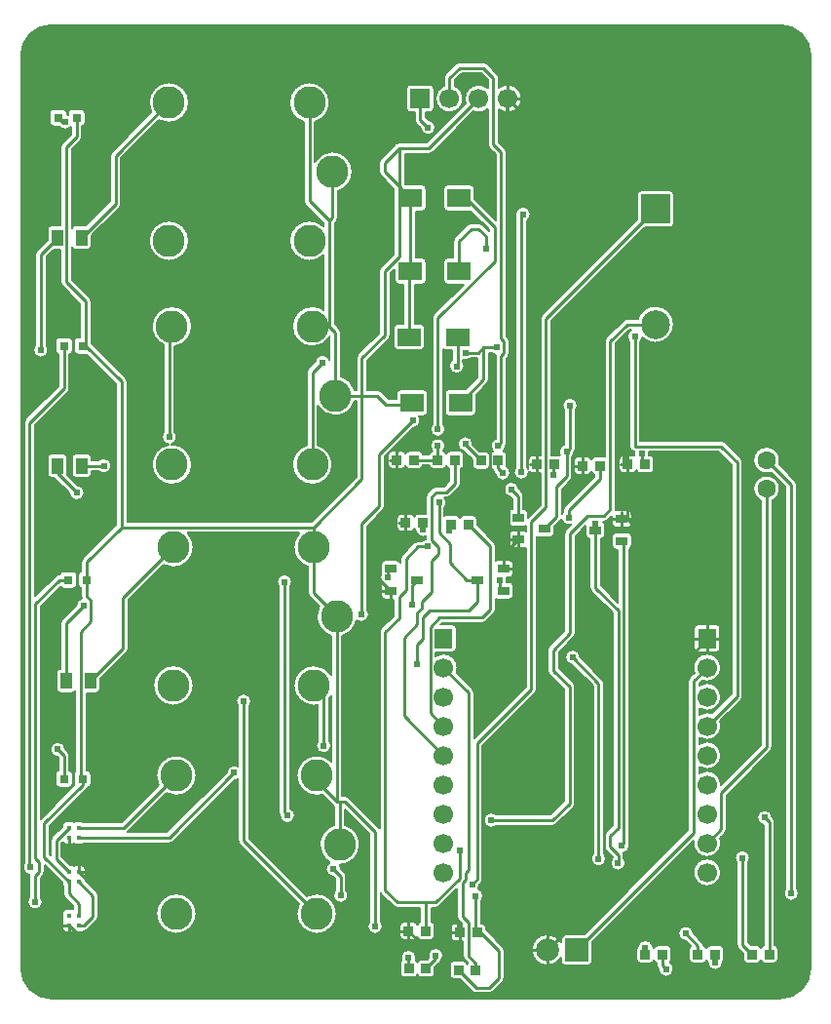
<source format=gtl>
G04 Layer: TopLayer*
G04 EasyEDA Pro v2.1.35.b8f67982.0908df, 2024-06-03 14:47:18*
G04 Gerber Generator version 0.3*
G04 Scale: 100 percent, Rotated: No, Reflected: No*
G04 Dimensions in millimeters*
G04 Leading zeros omitted, absolute positions, 3 integers and 3 decimals*
%FSLAX33Y33*%
%MOMM*%
%ADD8191C,0.203*%
%ADD10C,0.254*%
%ADD11C,2.794*%
%ADD12R,1.575X1.7*%
%ADD13C,1.7*%
%ADD14R,0.806X0.864*%
%ADD15R,2.0X2.0*%
%ADD16C,2.0*%
%ADD17C,1.6010*%
%ADD18C,1.6*%
%ADD19R,2.5X2.5*%
%ADD20C,2.5*%
%ADD21R,1.7X1.7*%
%ADD22R,1.0X1.4*%
%ADD23R,0.45X0.45*%
%ADD24R,0.45X0.45*%
%ADD25R,0.8X0.8*%
%ADD26R,1.0X0.8*%
%ADD27R,1.0X0.8*%
%ADD28R,2.0X1.593*%
%ADD29C,0.61*%
G75*


G04 Copper Start*
G36*
G01X82446Y-86154D02*
G02X79804Y-88796I-2642J0D01*
G01X16462D01*
G02X13820Y-86154I0J2642D01*
G01Y-6937D01*
G02X16462Y-4295I2642J0D01*
G01X79804D01*
G02X82446Y-6937I0J-2642D01*
G01Y-86154D01*
G37*
%LPC*%
G36*
G01X53024Y-88200D02*
G03X53367Y-88343I343J343D01*
G01X54510D01*
G03X54853Y-88200I0J485D01*
G01X55697Y-87356D01*
G03X55839Y-87013I-343J343D01*
G01Y-84657D01*
G03X55697Y-84314I-485J0D01*
G01X54220Y-82837D01*
G01Y-82626D01*
G03X53862Y-82268I-358J0D01*
G01X53825D01*
G01Y-80335D01*
G03X54003Y-79883I-485J452D01*
G03X53562Y-79258I-663J0D01*
G03X53687Y-78893I-538J388D01*
G01X53796Y-78784D01*
G03X53938Y-78441I-343J343D01*
G01Y-66858D01*
G01X58509Y-62287D01*
G03X58651Y-61944I-343J343D01*
G01Y-48724D01*
G03X58816Y-48764I165J318D01*
G01X59816D01*
G03X60174Y-48406I0J358D01*
G01Y-47834D01*
G01X60687Y-47322D01*
G03X60783Y-47184I-343J343D01*
G03X61429Y-47696I646J150D01*
G03X61631Y-47665I0J663D01*
G01X61188Y-48107D01*
G03X61046Y-48450I343J-343D01*
G01Y-48451D01*
G01Y-56886D01*
G01X59728Y-58204D01*
G03X59586Y-58547I343J-343D01*
G01Y-60325D01*
G03X59728Y-60668I485J0D01*
G01X61020Y-61960D01*
G01Y-71644D01*
G01X59827Y-72837D01*
G01X55137D01*
G03X54685Y-72659I-452J-485D01*
G03X54022Y-73322I0J-663D01*
G03X54685Y-73985I663J0D01*
G03X55137Y-73807I0J663D01*
G01X60028D01*
G03X60371Y-73665I0J485D01*
G01X61849Y-72188D01*
G03X61991Y-71844I-343J343D01*
G01Y-61760D01*
G03X61849Y-61416I-485J0D01*
G01X60556Y-60124D01*
G01Y-58748D01*
G01X61875Y-57430D01*
G03X62017Y-57086I-343J343D01*
G01Y-48651D01*
G01X62889Y-47779D01*
G01Y-48533D01*
G03X63247Y-48891I358J0D01*
G01X63262D01*
G01Y-53139D01*
G03X63404Y-53483I485J0D01*
G01X65238Y-55317D01*
G01Y-73775D01*
G01X64681Y-74333D01*
G03X64539Y-74676I343J-343D01*
G01Y-75642D01*
G03X64681Y-75985I485J0D01*
G01X65238Y-76543D01*
G01Y-76576D01*
G03X65050Y-77039I474J-463D01*
G03X65713Y-77702I663J0D01*
G03X66376Y-77039I0J663D01*
G03X66209Y-76599I-663J0D01*
G01Y-76342D01*
G03X66185Y-76190I-485J0D01*
G03X66699Y-75544I-148J646D01*
G03X66675Y-75367I-663J0D01*
G01Y-49817D01*
G03X66905Y-49483I-128J334D01*
G01Y-48683D01*
G03X66547Y-48325I-358J0D01*
G01X65547D01*
G03X65189Y-48683I0J-358D01*
G01Y-49483D01*
G03X65547Y-49841I358J0D01*
G01X65705D01*
G01Y-54411D01*
G01X64232Y-52939D01*
G01Y-48891D01*
G01X64247D01*
G03X64605Y-48533I0J358D01*
G01Y-47733D01*
G03X64407Y-47412I-358J0D01*
G01X64452D01*
G03X64795Y-47270I0J485D01*
G01X65189Y-46876D01*
G01Y-47583D01*
G03X65547Y-47941I358J0D01*
G01X66547D01*
G03X66905Y-47583I0J358D01*
G01Y-46783D01*
G03X66547Y-46425I-358J0D01*
G01X65547D01*
G03X65516Y-46426I0J-358D01*
G03X65523Y-46341I-478J86D01*
G01Y-31937D01*
G01X66702Y-30758D01*
G01X66865D01*
G03X66505Y-31348I303J-590D01*
G03X66683Y-31800I663J0D01*
G01Y-40852D01*
G03X67109Y-41333I485J0D01*
G03X67091Y-41488I645J-154D01*
G03X67114Y-41663I663J0D01*
G03X66960Y-41628I-154J-323D01*
G01X66153D01*
G03X65795Y-41986I0J-358D01*
G01Y-42850D01*
G03X66153Y-43208I358J0D01*
G01X66960D01*
G03X67310Y-42925I0J358D01*
G03X67660Y-43208I350J75D01*
G01X68467D01*
G03X68825Y-42850I0J358D01*
G01Y-41986D01*
G03X68467Y-41628I-358J0D01*
G01X68402D01*
G03X68417Y-41488I-648J140D01*
G03X68400Y-41337I-663J0D01*
G01X74433D01*
G01X75584Y-42488D01*
G01Y-62333D01*
G01X73891Y-64026D01*
G03X73452Y-63943I-439J-1125D01*
G03X72772Y-64152I0J-1208D01*
G01Y-63610D01*
G03X73452Y-63819I680J999D01*
G03X74660Y-62611I0J1208D01*
G03X73452Y-61403I-1208J0D01*
G03X72772Y-61612I0J-1208D01*
G01Y-61437D01*
G01X73013Y-61196D01*
G03X73452Y-61279I439J1125D01*
G03X74660Y-60071I0J1208D01*
G03X73452Y-58863I-1208J0D01*
G03X72244Y-60071I0J-1208D01*
G03X72327Y-60510I1208J0D01*
G01X71944Y-60893D01*
G03X71802Y-61236I343J-343D01*
G01Y-74197D01*
G01X62775Y-83224D01*
G01X61103D01*
G03X60745Y-83582I0J-358D01*
G01Y-83913D01*
G03X59563Y-83224I-1182J-669D01*
G03X58205Y-84582I0J-1358D01*
G03X59563Y-85940I1358J0D01*
G03X60745Y-85251I0J1358D01*
G01Y-85582D01*
G03X61103Y-85940I358J0D01*
G01X63103D01*
G03X63461Y-85582I0J358D01*
G01Y-83910D01*
G01X72261Y-75110D01*
G03X72244Y-75311I1191J-201D01*
G03X73452Y-76519I1208J0D01*
G03X74660Y-75311I0J1208D01*
G03X74577Y-74872I-1208J0D01*
G01X74985Y-74465D01*
G03X75127Y-74122I-343J343D01*
G01Y-71170D01*
G01X78956Y-67340D01*
G03X79098Y-66997I-343J343D01*
G01Y-45609D01*
G03X79771Y-44557I-485J1052D01*
G03X78613Y-43399I-1158J0D01*
G03X77455Y-44557I0J-1158D01*
G03X78128Y-45609I1158J0D01*
G01Y-66796D01*
G01X74660Y-70265D01*
G03Y-70231I-1208J34D01*
G03X73452Y-69023I-1208J0D01*
G03X72772Y-69232I0J-1208D01*
G01Y-68690D01*
G03X73452Y-68899I680J999D01*
G03X74660Y-67691I0J1208D01*
G03X73452Y-66483I-1208J0D01*
G03X72772Y-66692I0J-1208D01*
G01Y-66150D01*
G03X73452Y-66359I680J999D01*
G03X74660Y-65151I0J1208D01*
G03X74577Y-64712I-1208J0D01*
G01X76412Y-62877D01*
G03X76554Y-62534I-343J343D01*
G01Y-42287D01*
G03X76412Y-41944I-485J0D01*
G01X74977Y-40509D01*
G03X74634Y-40367I-343J-343D01*
G01X67653D01*
G01Y-31800D01*
G03X67828Y-31414I-485J452D01*
G03X68961Y-31881I1133J1141D01*
G03X70569Y-30273I0J1608D01*
G03X68961Y-28665I-1608J0D01*
G03X67428Y-29788I0J-1608D01*
G01X66501D01*
G03X66158Y-29930I0J-485D01*
G01X64695Y-31393D01*
G03X64553Y-31736I343J-343D01*
G01Y-41756D01*
G01X64530Y-41755D01*
G01X63723D01*
G03X63373Y-42038I0J-358D01*
G03X63023Y-41755I-350J-75D01*
G01X62216D01*
G03X61858Y-42113I0J-358D01*
G01Y-42977D01*
G03X62216Y-43335I358J0D01*
G01X63023D01*
G03X63373Y-43052I0J358D01*
G03X63641Y-43326I350J75D01*
G01Y-43509D01*
G01X61086Y-46064D01*
G03X60944Y-46407I343J-343D01*
G01Y-46581D01*
G03X60829Y-46752I485J-452D01*
G01Y-44577D01*
G01X61591Y-43814D01*
G03X61733Y-43471I-343J343D01*
G01Y-41782D01*
G03X61911Y-41351I-485J452D01*
G03X62022Y-41041I-374J310D01*
G01Y-37761D01*
G03X62200Y-37308I-485J452D01*
G03X61537Y-36645I-663J0D01*
G03X60874Y-37308I0J-663D01*
G03X61052Y-37761I663J0D01*
G01Y-40697D01*
G03X60585Y-41330I196J-634D01*
G03X60658Y-41634I663J0D01*
G03X60593Y-41628I-66J-352D01*
G01X59921D01*
G01Y-29999D01*
G01X68039Y-21881D01*
G01X70211D01*
G03X70569Y-21523I0J358D01*
G01Y-19023D01*
G03X70211Y-18665I-358J0D01*
G01X67711D01*
G03X67353Y-19023I0J-358D01*
G01Y-21195D01*
G01X59093Y-29455D01*
G03X58951Y-29798I343J-343D01*
G01Y-41628D01*
G01X58279D01*
G03X57921Y-41986I0J-358D01*
G01Y-42850D01*
G01Y-42854D01*
G03X57792Y-42651I-615J-249D01*
G01Y-21273D01*
G03X58108Y-20708I-347J565D01*
G03X57445Y-20045I-663J0D01*
G03X56782Y-20708I0J-663D01*
G03X56822Y-20935I663J0D01*
G01Y-42651D01*
G03X56644Y-43103I485J-452D01*
G03X57307Y-43766I663J0D01*
G03X57970Y-43103I0J663D01*
G03X57965Y-43021I-663J0D01*
G03X58279Y-43208I315J171D01*
G01X58951D01*
G01Y-45964D01*
G01X57874Y-47041D01*
G01Y-46656D01*
G03X57516Y-46298I-358J0D01*
G01X57501D01*
G01Y-45189D01*
G03X57359Y-44846I-485J0D01*
G01X57083Y-44571D01*
G03X56421Y-43931I-663J-23D01*
G03X55758Y-44594I0J-663D01*
G03X56397Y-45257I663J0D01*
G01X56531Y-45390D01*
G01Y-46298D01*
G01X56516D01*
G03X56158Y-46656I0J-358D01*
G01Y-47456D01*
G03X56516Y-47814I358J0D01*
G01X57516D01*
G03X57681Y-47774I0J358D01*
G01Y-48238D01*
G03X57516Y-48198I-165J-318D01*
G01X56516D01*
G03X56158Y-48556I0J-358D01*
G01Y-49356D01*
G03X56516Y-49714I358J0D01*
G01X57516D01*
G03X57681Y-49674I0J358D01*
G01Y-61743D01*
G01X53190Y-66234D01*
G01Y-62230D01*
G03X53048Y-61887I-485J0D01*
G01X51671Y-60510D01*
G03X51754Y-60071I-1125J439D01*
G03X50546Y-58863I-1208J0D01*
G03X49866Y-59072I0J-1208D01*
G01Y-58739D01*
G01X51333D01*
G03X51692Y-58381I0J358D01*
G01Y-56681D01*
G03X51333Y-56323I-358J0D01*
G01X50281D01*
G01X50401Y-56203D01*
G01X53883D01*
G03X54226Y-56061I0J485D01*
G01X54953Y-55334D01*
G03X55095Y-54991I-343J343D01*
G01Y-54119D01*
G03X55260Y-54159I165J318D01*
G01X56260D01*
G03X56618Y-53801I0J358D01*
G01Y-53001D01*
G03X56260Y-52643I-358J0D01*
G01X56028D01*
G03X56056Y-52451I-635J192D01*
G03X56028Y-52259I-663J0D01*
G01X56260D01*
G03X56618Y-51901I0J358D01*
G01Y-51101D01*
G03X56260Y-50743I-358J0D01*
G01X55260D01*
G03X55095Y-50783I0J-358D01*
G01Y-49539D01*
G03X54953Y-49196I-485J0D01*
G01X53458Y-47700D01*
G01Y-47193D01*
G03X53100Y-46835I-358J0D01*
G01X52293D01*
G03X51943Y-47118I0J-358D01*
G03X51593Y-46835I-350J-75D01*
G01X50786D01*
G03X50627Y-46872I0J-358D01*
G01Y-46199D01*
G03X50805Y-45747I-485J452D01*
G03X50646Y-45316I-663J0D01*
G01X50800D01*
G03X51143Y-45174I0J485D01*
G01X51896Y-44421D01*
G03X52039Y-44078I-343J343D01*
G01Y-42818D01*
G03X52315Y-42469I-82J349D01*
G01Y-41605D01*
G03X51957Y-41247I-358J0D01*
G01X51150D01*
G03X50800Y-41530I0J-358D01*
G03X50532Y-41256I-350J-75D01*
G01Y-41241D01*
G03X50710Y-40789I-485J452D01*
G03X50047Y-40126I-663J0D01*
G03X49383Y-40789I0J-663D01*
G03X49561Y-41241I663J0D01*
G01Y-41256D01*
G03X49289Y-41552I82J-349D01*
G01X48755D01*
G03X48401Y-41247I-354J-53D01*
G01X47594D01*
G03X47244Y-41530I0J-358D01*
G03X46894Y-41247I-350J-75D01*
G01X46087D01*
G03X45729Y-41605I0J-358D01*
G01Y-42469D01*
G03X46087Y-42827I358J0D01*
G01X46894D01*
G03X47244Y-42544I0J358D01*
G03X47594Y-42827I350J75D01*
G01X48401D01*
G03X48755Y-42522I0J358D01*
G01X49289D01*
G03X49643Y-42827I354J53D01*
G01X50450D01*
G03X50800Y-42544I0J358D01*
G03X51068Y-42818I350J75D01*
G01Y-43877D01*
G01X50599Y-44346D01*
G01X49911D01*
G03X49568Y-44488I0J-485D01*
G01X49159Y-44897D01*
G03X49017Y-45240I343J-343D01*
G01Y-46708D01*
G01X48356D01*
G03X48006Y-46991I0J-358D01*
G03X47656Y-46708I-350J-75D01*
G01X46849D01*
G03X46491Y-47066I0J-358D01*
G01Y-47930D01*
G03X46849Y-48288I358J0D01*
G01X47656D01*
G03X48006Y-48005I0J358D01*
G03X48110Y-48190I350J75D01*
G03X48764Y-48741I654J112D01*
G03X49017Y-48691I0J663D01*
G01Y-48917D01*
G03X48681Y-49085I116J-653D01*
G01X48347D01*
G03X48004Y-49227I0J-485D01*
G01X46933Y-50297D01*
G03X46791Y-50640I343J-343D01*
G01Y-50949D01*
G03X46467Y-50743I-324J-152D01*
G01X45467D01*
G03X45109Y-51101I0J-358D01*
G01Y-51901D01*
G01X45110Y-51925D01*
G03X45027Y-52245I581J-320D01*
G03X45236Y-52727I663J0D01*
G03X45109Y-53001I231J-274D01*
G01Y-53801D01*
G03X45467Y-54159I358J0D01*
G01X46218D01*
G01Y-55585D01*
G01X45128Y-56675D01*
G03X44986Y-57018I343J-343D01*
G01Y-74024D01*
G03X44942Y-73974I-387J-292D01*
G01X42342Y-71374D01*
G03X41999Y-71232I-343J-343D01*
G01X41748D01*
G01Y-57313D01*
G03X42985Y-55967I-485J1687D01*
G03X43408Y-56120I423J510D01*
G03X44071Y-55457I0J663D01*
G03X43893Y-55005I-663J0D01*
G01Y-47818D01*
G01X45285Y-46426D01*
G03X45427Y-46083I-343J343D01*
G01Y-41731D01*
G01X47896Y-39263D01*
G03X48535Y-38600I-23J663D01*
G03X48428Y-38239I-663J0D01*
G01X48811D01*
G03X49169Y-37881I0J358D01*
G01Y-36287D01*
G03X48811Y-35929I-358J0D01*
G01X46811D01*
G03X46453Y-36287I0J-358D01*
G01Y-36726D01*
G01X45762D01*
G01X45142Y-36106D01*
G03X44799Y-35964I-343J-343D01*
G01X43933D01*
G01Y-33429D01*
G01X45777Y-31585D01*
G03X45919Y-31242I-343J343D01*
G01Y-25855D01*
G01X46326Y-25448D01*
G01Y-26451D01*
G03X46684Y-26809I358J0D01*
G01X47072D01*
G01Y-30214D01*
G01X46557D01*
G03X46199Y-30572I0J-358D01*
G01Y-32166D01*
G03X46557Y-32524I358J0D01*
G01X48557D01*
G03X48915Y-32166I0J358D01*
G01Y-30572D01*
G03X48557Y-30214I-358J0D01*
G01X48042D01*
G01Y-26809D01*
G01X48684D01*
G03X49042Y-26451I0J358D01*
G01Y-24857D01*
G03X48684Y-24499I-358J0D01*
G01X48169D01*
G01Y-20459D01*
G01X48684D01*
G03X49042Y-20101I0J358D01*
G01Y-18507D01*
G03X48684Y-18149I-358J0D01*
G01X47215D01*
G01X47178Y-18112D01*
G01Y-15457D01*
G01X49290D01*
G03X49633Y-15315I0J485D01*
G01X53155Y-11793D01*
G03X53594Y-11876I439J1125D01*
G03X54391Y-11576I0J1208D01*
G01Y-14638D01*
G03X54533Y-14981I485J0D01*
G01X55053Y-15501D01*
G01Y-21220D01*
G01X53242Y-19409D01*
G01Y-18507D01*
G03X52884Y-18149I-358J0D01*
G01X50884D01*
G03X50526Y-18507I0J-358D01*
G01Y-20101D01*
G03X50884Y-20459I358J0D01*
G01X52884D01*
G03X52918Y-20457I0J358D01*
G01X54506Y-22045D01*
G01Y-22206D01*
G01X53927Y-21628D01*
G03X53584Y-21486I-343J-343D01*
G01X52959D01*
G03X52616Y-21628I0J-485D01*
G01X51541Y-22703D01*
G03X51399Y-23046I343J-343D01*
G01Y-24499D01*
G01X50884D01*
G03X50526Y-24857I0J-358D01*
G01Y-26451D01*
G03X50884Y-26809I358J0D01*
G01X52293D01*
G01X49704Y-29398D01*
G03X49561Y-29741I343J-343D01*
G01Y-38928D01*
G03X49383Y-39380I485J-452D01*
G03X50047Y-40043I663J0D01*
G03X50710Y-39380I0J663D01*
G03X50532Y-38928I-663J0D01*
G01Y-32444D01*
G03X50757Y-32524I225J278D01*
G01X51272D01*
G01Y-33393D01*
G03X51026Y-33909I417J-516D01*
G03X51689Y-34572I663J0D01*
G03X52352Y-33909I0J663D01*
G03X52242Y-33543I-663J0D01*
G01Y-33355D01*
G03X52463Y-33392I221J625D01*
G03X52915Y-33214I0J663D01*
G01X53522D01*
G01Y-34887D01*
G01X52480Y-35929D01*
G01X51011D01*
G03X50653Y-36287I0J-358D01*
G01Y-37881D01*
G03X51011Y-38239I358J0D01*
G01X53011D01*
G03X53369Y-37881I0J358D01*
G01Y-36412D01*
G01X54350Y-35431D01*
G03X54492Y-35088I-343J343D01*
G01Y-32756D01*
G01X54707D01*
G03X55065Y-32928I452J485D01*
G03X55053Y-33036I473J-108D01*
G01Y-40203D01*
G03X54631Y-40821I241J-618D01*
G03X54850Y-41313I663J0D01*
G03X54547Y-41593I46J-355D01*
G03X54196Y-41310I-350J-75D01*
G01X53689D01*
G01X53095Y-40716D01*
G03X53098Y-40652I-660J64D01*
G03X52435Y-39989I-663J0D01*
G03X51772Y-40652I0J-663D01*
G03X52310Y-41303I663J0D01*
G01X53032Y-42025D01*
G01Y-42533D01*
G03X53390Y-42891I358J0D01*
G01X54196D01*
G03X54547Y-42608I0J358D01*
G03X54822Y-42883I350J75D01*
G03X54957Y-43140I477J86D01*
G01X55022Y-43205D01*
G03X55685Y-43845I663J23D01*
G03X56348Y-43182I0J663D01*
G03X56048Y-42627I-663J0D01*
G03X56061Y-42533I-345J95D01*
G01Y-41668D01*
G03X55740Y-41312I-358J0D01*
G03X55958Y-40821I-446J491D01*
G03X56023Y-40577I-419J244D01*
G01Y-33237D01*
G01X56138Y-33122D01*
G03X56280Y-32779I-343J343D01*
G01Y-31764D01*
G03X56138Y-31421I-485J0D01*
G01X56023Y-31306D01*
G01Y-15300D01*
G03X55881Y-14957I-485J0D01*
G01X55361Y-14437D01*
G01Y-11597D01*
G03X56134Y-11876I773J929D01*
G03X57342Y-10668I0J1208D01*
G03X56134Y-9460I-1208J0D01*
G03X55361Y-9739I0J-1208D01*
G01Y-8891D01*
G03X55219Y-8548I-485J0D01*
G01X54330Y-7658D01*
G03X53987Y-7516I-343J-343D01*
G01X51944D01*
G03X51601Y-7658I0J-485D01*
G01X50711Y-8548D01*
G03X50569Y-8891I343J-343D01*
G01Y-9562D01*
G03X49846Y-10668I485J-1106D01*
G03X51054Y-11876I1208J0D01*
G03X52262Y-10668I0J1208D01*
G03X51539Y-9562I-1208J0D01*
G01Y-9092D01*
G01X52145Y-8486D01*
G01X53786D01*
G01X54391Y-9092D01*
G01Y-9760D01*
G03X53594Y-9460I-797J-908D01*
G03X52386Y-10668I0J-1208D01*
G03X52469Y-11107I1208J0D01*
G01X49089Y-14487D01*
G01X46693D01*
G03X46350Y-14629I0J-485D01*
G01X45091Y-15888D01*
G03X44949Y-16231I343J-343D01*
G01Y-17054D01*
G03X45091Y-17397I485J0D01*
G01X46208Y-18514D01*
G01Y-24194D01*
G01X45091Y-25311D01*
G03X44949Y-25654I343J-343D01*
G01Y-31041D01*
G01X43105Y-32885D01*
G03X42963Y-33228I343J-343D01*
G01Y-35964D01*
G01X42823D01*
G03X41621Y-34762I-1687J-485D01*
G01Y-30967D01*
G03X41479Y-30623I-485J0D01*
G01X41104Y-30248D01*
G01Y-21488D01*
G01X41225Y-21367D01*
G03X41367Y-21024I-343J343D01*
G01Y-18705D01*
G03X42637Y-17018I-485J1687D01*
G03X40882Y-15263I-1755J0D01*
G03X39367Y-16132I0J-1755D01*
G01Y-12705D01*
G03X40637Y-11018I-485J1687D01*
G03X38882Y-9263I-1755J0D01*
G03X37127Y-11018I0J-1755D01*
G03X38397Y-12705I1755J0D01*
G01Y-19551D01*
G03X38539Y-19894I485J0D01*
G01X40133Y-21488D01*
G01Y-21787D01*
G03X38882Y-21263I-1251J-1231D01*
G03X37127Y-23018I0J-1755D01*
G03X38882Y-24773I1755J0D01*
G03X40133Y-24249I0J1755D01*
G01Y-29005D01*
G03X39136Y-28694I-997J-1444D01*
G03X37381Y-30449I0J-1755D01*
G03X39136Y-32204I1755J0D01*
G03X40651Y-31335I0J1755D01*
G01Y-33355D01*
G03X40025Y-32912I-626J-220D01*
G03X39362Y-33552I0J-663D01*
G01X38793Y-34121D01*
G03X38651Y-34464I343J-343D01*
G01Y-40762D01*
G03X37381Y-42449I485J-1687D01*
G03X39136Y-44204I1755J0D01*
G03X40891Y-42449I0J1755D01*
G03X39621Y-40762I-1755J0D01*
G01Y-37335D01*
G03X41136Y-38204I1515J886D01*
G03X42823Y-36934I0J1755D01*
G01X42963D01*
G01Y-43510D01*
G01X39062Y-47411D01*
G01X23059D01*
G01Y-35261D01*
G03X22917Y-34918I-485J0D01*
G01X19934Y-31935D01*
G01Y-28294D01*
G03X19792Y-27951I-485J0D01*
G01X18248Y-26408D01*
G01Y-23557D01*
G03X18584Y-23791I336J124D01*
G01X19584D01*
G03X19942Y-23433I0J358D01*
G01Y-22561D01*
G01X22389Y-20114D01*
G03X22531Y-19771I-343J343D01*
G01Y-15855D01*
G01X25832Y-12554D01*
G03X26682Y-12774I850J1536D01*
G03X28437Y-11019I0J1755D01*
G03X26682Y-9263I-1755J0D01*
G03X24927Y-11019I0J-1755D01*
G03X25146Y-11868I1755J0D01*
G01X21703Y-15311D01*
G03X21561Y-15654I343J-343D01*
G01Y-19570D01*
G01X19456Y-21675D01*
G01X18584D01*
G03X18248Y-21909I0J-358D01*
G01Y-15077D01*
G01X18999Y-14326D01*
G03X19141Y-13983I-343J343D01*
G01Y-13072D01*
G03X19414Y-12724I-85J348D01*
G01Y-11924D01*
G03X19056Y-11566I-358J0D01*
G01X18256D01*
G03X17898Y-11924I0J-358D01*
G01Y-12065D01*
G03X17814Y-12042I-217J-627D01*
G01Y-11929D01*
G03X17456Y-11571I-358J0D01*
G01X16656D01*
G03X16298Y-11929I0J-358D01*
G01Y-12729D01*
G03X16656Y-13087I358J0D01*
G01X17138D01*
G03X17161Y-13103I281J395D01*
G03X17682Y-13355I521J411D01*
G03X18171Y-13139I0J663D01*
G01Y-13782D01*
G01X17420Y-14533D01*
G03X17278Y-14876I343J-343D01*
G01Y-21675D01*
G01X16484D01*
G03X16126Y-22033I0J-358D01*
G01Y-22905D01*
G01X15196Y-23835D01*
G03X15054Y-24178I343J-343D01*
G01Y-32052D01*
G03X14876Y-32504I485J-452D01*
G03X15539Y-33167I663J0D01*
G03X16202Y-32504I0J663D01*
G03X16024Y-32052I-663J0D01*
G01Y-24379D01*
G01X16612Y-23791D01*
G01X17278D01*
G01Y-26609D01*
G03X17420Y-26952I485J0D01*
G01X18964Y-28495D01*
G01Y-31378D01*
G01X18764D01*
G03X18406Y-31736I0J-358D01*
G01Y-32536D01*
G03X18764Y-32894I358J0D01*
G01X19521D01*
G01X22088Y-35462D01*
G01Y-47695D01*
G01X19202Y-50581D01*
G03X19060Y-50924I343J-343D01*
G01Y-51708D01*
G03X18787Y-52056I85J-348D01*
G01Y-52856D01*
G03X19060Y-53204I358J0D01*
G01Y-53889D01*
G03X19095Y-54070I485J0D01*
G03X18613Y-54685I181J-638D01*
G01X17403Y-55896D01*
G03X17261Y-56239I343J-343D01*
G01Y-60156D01*
G01X17246D01*
G03X16888Y-60514I0J-358D01*
G01Y-61914D01*
G03X17246Y-62272I358J0D01*
G01X18246D01*
G03X18522Y-62142I0J358D01*
G01Y-69065D01*
G03X18406Y-69328I243J-263D01*
G01Y-70128D01*
G03X18457Y-70312I358J0D01*
G01X15527Y-73241D01*
G01Y-54755D01*
G01X17237Y-53045D01*
G03X17545Y-53219I308J183D01*
G01X18345D01*
G03X18703Y-52861I0J358D01*
G01Y-52061D01*
G03X18345Y-51703I-358J0D01*
G01X17545D01*
G03X17197Y-51976I0J-358D01*
G01X17135D01*
G03X16792Y-52118I0J-485D01*
G01X15061Y-53849D01*
G01Y-39020D01*
G01X17907Y-36174D01*
G03X18049Y-35831I-343J343D01*
G01Y-32889D01*
G03X18322Y-32541I-85J348D01*
G01Y-31741D01*
G03X17964Y-31383I-358J0D01*
G01X17164D01*
G03X16806Y-31741I0J-358D01*
G01Y-32541D01*
G03X17079Y-32889I358J0D01*
G01Y-35630D01*
G01X14233Y-38476D01*
G03X14091Y-38819I343J-343D01*
G01Y-77053D01*
G03X13985Y-77412I557J-360D01*
G03X14567Y-78070I663J0D01*
G03X14557Y-78169I475J-99D01*
G01Y-79967D01*
G03X14379Y-80419I485J-452D01*
G03X15042Y-81082I663J0D01*
G03X15705Y-80419I0J663D01*
G03X15527Y-79967I-663J0D01*
G01Y-78370D01*
G01X15710Y-78187D01*
G03X15852Y-77844I-343J343D01*
G01Y-77205D01*
G01X17407Y-78760D01*
G01Y-78882D01*
G03X17505Y-79128I358J0D01*
G01Y-79712D01*
G03X17647Y-80055I485J0D01*
G01X18355Y-80763D01*
G01Y-81063D01*
G03X18215Y-81034I-140J-330D01*
G01X17765D01*
G03X17407Y-81392I0J-358D01*
G01Y-81842D01*
G03X17468Y-82042I358J0D01*
G03X17407Y-82242I297J-200D01*
G01Y-82692D01*
G03X17765Y-83050I358J0D01*
G01X18215D01*
G03X18415Y-82989I0J358D01*
G03X18615Y-83050I200J297D01*
G01X19065D01*
G03X19314Y-82949I0J358D01*
G03X19603Y-82810I-54J482D01*
G01X20409Y-82004D01*
G03X20551Y-81661I-343J343D01*
G01Y-79883D01*
G03X20409Y-79540I-485J0D01*
G01X19423Y-78554D01*
G01Y-78432D01*
G03X19362Y-78232I-358J0D01*
G03X19423Y-78032I-297J200D01*
G01Y-77582D01*
G03X19065Y-77224I-358J0D01*
G01X18615D01*
G03X18415Y-77285I0J-358D01*
G03X18215Y-77224I-200J-297D01*
G01X18093D01*
G01X17351Y-76482D01*
G01Y-75323D01*
G01X17444Y-75230D01*
G03X17765Y-75430I321J158D01*
G01X18215D01*
G03X18415Y-75369I0J358D01*
G03X18615Y-75430I200J297D01*
G01X19065D01*
G03X19311Y-75332I0J358D01*
G01X26705D01*
G03X27048Y-75190I0J485D01*
G01X32370Y-69868D01*
G03X32690Y-69773I-23J663D01*
G01Y-75096D01*
G03X32832Y-75439I485J0D01*
G01X37981Y-80588D01*
G03X37762Y-81438I1536J-850D01*
G03X39517Y-83193I1755J0D01*
G03X41272Y-81438I0J1755D01*
G03X39517Y-79683I-1755J0D01*
G03X38667Y-79902I0J-1755D01*
G01X33660Y-74895D01*
G01Y-63441D01*
G03X33838Y-62988I-485J452D01*
G03X33175Y-62325I-663J0D01*
G03X32512Y-62988I0J-663D01*
G03X32690Y-63441I663J0D01*
G01Y-68638D01*
G03X32346Y-68543I-343J-567D01*
G03X31684Y-69182I0J-663D01*
G01X26504Y-74362D01*
G01X23078D01*
G03X23101Y-74340I-320J365D01*
G01X26467Y-70974D01*
G03X27317Y-71194I850J1536D01*
G03X29072Y-69439I0J1755D01*
G03X27317Y-67683I-1755J0D01*
G03X25562Y-69439I0J-1755D01*
G03X25781Y-70288I1755J0D01*
G01X22557Y-73512D01*
G01X19311D01*
G03X19065Y-73414I-246J-260D01*
G01X18615D01*
G03X18415Y-73475I0J-358D01*
G03X18215Y-73414I-200J-297D01*
G01X17765D01*
G03X17407Y-73772I0J-358D01*
G01Y-73894D01*
G01X16523Y-74779D01*
G03X16381Y-75122I343J-343D01*
G01Y-76361D01*
G01X16325Y-76305D01*
G01Y-73816D01*
G01X19507Y-70633D01*
G03X19609Y-70483I-343J343D01*
G03X19922Y-70128I-45J355D01*
G01Y-69328D01*
G03X19564Y-68970I-358J0D01*
G01X19492D01*
G01Y-62272D01*
G01X20346D01*
G03X20704Y-61914I0J358D01*
G01Y-61042D01*
G01X23024Y-58722D01*
G03X23166Y-58379I-343J343D01*
G01Y-54209D01*
G01X26213Y-51162D01*
G03X27063Y-51382I850J1536D01*
G03X28818Y-49627I0J1755D01*
G03X28300Y-48381I-1755J0D01*
G01X38026D01*
G03X37508Y-49626I1237J-1245D01*
G03X38778Y-51313I1755J0D01*
G01Y-53626D01*
G03X38920Y-53969I485J0D01*
G01X39727Y-54776D01*
G03X39508Y-55626I1536J-850D01*
G03X40778Y-57313I1755J0D01*
G01Y-60740D01*
G03X39263Y-59871I-1515J-886D01*
G03X37508Y-61626I0J-1755D01*
G03X39263Y-63381I1755J0D01*
G03X39634Y-63342I0J1755D01*
G01Y-66401D01*
G03X39456Y-66853I485J-452D01*
G03X40119Y-67516I663J0D01*
G03X40778Y-66927I0J663D01*
G01Y-68217D01*
G03X39517Y-67683I-1261J-1221D01*
G03X37762Y-69438I0J-1755D01*
G03X39517Y-71193I1755J0D01*
G03X39989Y-71129I0J1755D01*
G01X40920Y-72060D01*
G03X41032Y-72144I343J343D01*
G01Y-73751D01*
G03X39762Y-75438I485J-1687D01*
G03X40674Y-76977I1755J0D01*
G03X40308Y-77570I297J-593D01*
G03X40948Y-78233I663J0D01*
G01X41125Y-78410D01*
G01Y-79403D01*
G03X40947Y-79855I485J-452D01*
G03X41610Y-80518I663J0D01*
G03X42273Y-79855I0J663D01*
G03X42095Y-79403I-663J0D01*
G01Y-78209D01*
G03X41953Y-77866I-485J0D01*
G01X41634Y-77547D01*
G03X41517Y-77193I-663J-23D01*
G03X43272Y-75438I0J1755D01*
G03X42002Y-73751I-1755J0D01*
G01Y-72406D01*
G01X44114Y-74518D01*
G01Y-82097D01*
G03X43936Y-82549I485J-452D01*
G03X44599Y-83213I663J0D01*
G03X45262Y-82549I0J663D01*
G03X45084Y-82097I-663J0D01*
G01Y-79672D01*
G03X45128Y-79723I387J292D01*
G01X46173Y-80768D01*
G03X46516Y-80910I343J343D01*
G01X48528D01*
G01Y-82150D01*
G03X48260Y-82424I82J-349D01*
G03X47910Y-82141I-350J-75D01*
G01X47103D01*
G03X46745Y-82499I0J-358D01*
G01Y-83363D01*
G03X47103Y-83721I358J0D01*
G01X47910D01*
G03X48260Y-83438I0J358D01*
G03X48610Y-83721I350J75D01*
G01X49417D01*
G03X49775Y-83363I0J358D01*
G01Y-82499D01*
G03X49499Y-82150I-358J0D01*
G01Y-80910D01*
G01X49870D01*
G03X50213Y-80768I0J485D01*
G01X51712Y-79269D01*
G01Y-81661D01*
G03X51854Y-82004I485J0D01*
G01X52118Y-82268D01*
G01X51548D01*
G03X51190Y-82626I0J-358D01*
G01Y-83490D01*
G03X51548Y-83848I358J0D01*
G01X52220D01*
G01Y-85090D01*
G03X52362Y-85433I485J0D01*
G01X52635Y-85706D01*
G03X52590Y-85819I305J-188D01*
G03X52240Y-85537I-350J-75D01*
G01X51433D01*
G03X51075Y-85895I0J-358D01*
G01Y-86759D01*
G03X51433Y-87117I358J0D01*
G01X51940D01*
G01X53024Y-88200D01*
G37*
G36*
G01X80758Y-80335D02*
G03X81421Y-79671I0J663D01*
G03X81243Y-79219I-663J0D01*
G01Y-44202D01*
G03X81101Y-43859I-485J0D01*
G01X79700Y-42458D01*
G03X79771Y-42057I-1087J401D01*
G03X78613Y-40899I-1158J0D01*
G03X77455Y-42057I0J-1158D01*
G03X78613Y-43215I1158J0D01*
G03X79014Y-43144I0J1158D01*
G01X80273Y-44403D01*
G01Y-79219D01*
G03X80095Y-79671I485J-452D01*
G03X80758Y-80335I663J0D01*
G37*
G36*
G01X64016Y-77333D02*
G03X64679Y-76670I0J663D01*
G03X64501Y-76218I-663J0D01*
G01Y-61437D01*
G03X64359Y-61094I-485J0D01*
G01X62421Y-59156D01*
G03X61758Y-58516I-663J-23D01*
G03X61095Y-59179I0J-663D01*
G03X61735Y-59842I663J0D01*
G01X63531Y-61638D01*
G01Y-76218D01*
G03X63353Y-76670I485J-452D01*
G03X64016Y-77333I663J0D01*
G37*
G36*
G01X25181Y-42448D02*
G03X26936Y-44204I1755J0D01*
G03X28691Y-42448I0J1755D01*
G03X26936Y-40693I-1755J0D01*
G03X26858Y-40695I0J-1755D01*
G03X27372Y-40049I-150J646D01*
G03X27194Y-39597I-663J0D01*
G01Y-32186D01*
G03X28691Y-30450I-258J1736D01*
G03X26936Y-28694I-1755J0D01*
G03X25181Y-30450I0J-1755D01*
G03X26223Y-32053I1755J0D01*
G01Y-39597D01*
G03X26045Y-40049I485J-452D01*
G03X26683Y-40712I663J0D01*
G03X25181Y-42448I253J-1737D01*
G37*
G36*
G01X79262Y-85753D02*
G03X79620Y-85395I0J358D01*
G01Y-84531D01*
G03X79344Y-84182I-358J0D01*
G01Y-73500D01*
G03X79201Y-73157I-485J0D01*
G01X79117Y-73072D01*
G03X78454Y-72432I-663J-23D01*
G03X77791Y-73095I0J-663D01*
G03X78373Y-73753I663J0D01*
G01Y-84182D01*
G03X78105Y-84456I82J-349D01*
G03X77755Y-84173I-350J-75D01*
G01X77248D01*
G01X77002Y-83927D01*
G01Y-77033D01*
G03X77180Y-76581I-485J452D01*
G03X76517Y-75918I-663J0D01*
G03X75854Y-76581I0J-663D01*
G03X76032Y-77033I663J0D01*
G01Y-84128D01*
G03X76174Y-84471I485J0D01*
G01X76590Y-84888D01*
G01Y-85395D01*
G03X76948Y-85753I358J0D01*
G01X77755D01*
G03X78105Y-85470I0J358D01*
G03X78455Y-85753I350J75D01*
G01X79262D01*
G37*
G36*
G01X36310Y-72929D02*
G03X36973Y-73586I663J7D01*
G03X37636Y-72923I0J663D01*
G03X37204Y-72301I-663J0D01*
G01Y-53078D01*
G03X37382Y-52626I-485J452D01*
G03X36719Y-51963I-663J0D01*
G03X36056Y-52626I0J-663D01*
G03X36234Y-53078I663J0D01*
G01Y-72669D01*
G03X36310Y-72929I485J0D01*
G37*
G36*
G01X73496Y-85676D02*
G03X74159Y-86339I663J0D01*
G03X74823Y-85676I0J663D01*
G03X74822Y-85642I-663J0D01*
G03X74921Y-85395I-259J247D01*
G01Y-84531D01*
G03X74563Y-84173I-358J0D01*
G01X73756D01*
G03X73406Y-84456I0J-358D01*
G03X73137Y-84182I-350J-75D01*
G03X72996Y-83871I-484J-32D01*
G01X72259Y-83134D01*
G03X71596Y-82494I-663J-23D01*
G03X70933Y-83157I0J-663D01*
G03X71573Y-83820I663J0D01*
G01X72014Y-84261D01*
G03X71891Y-84531I236J-270D01*
G01Y-85395D01*
G03X72249Y-85753I358J0D01*
G01X73056D01*
G03X73406Y-85470I0J358D01*
G03X73497Y-85642I350J75D01*
G03X73496Y-85676I662J-33D01*
G37*
G36*
G01X18669Y-45554D02*
G03X19332Y-44890I0J663D01*
G03X18692Y-44228I-663J0D01*
G01X17823Y-43359D01*
G03X17842Y-43245I-340J114D01*
G01Y-41845D01*
G03X17484Y-41487I-358J0D01*
G01X16484D01*
G03X16126Y-41845I0J-358D01*
G01Y-43245D01*
G03X16484Y-43603I358J0D01*
G01X16695D01*
G01X18006Y-44914D01*
G03X18669Y-45554I663J23D01*
G37*
G36*
G01X25562Y-81437D02*
G03X27317Y-83193I1755J0D01*
G03X29072Y-81437I0J1755D01*
G03X27317Y-79682I-1755J0D01*
G03X25562Y-81437I0J-1755D01*
G37*
G36*
G01X24927Y-23017D02*
G03X26682Y-24773I1755J0D01*
G03X28437Y-23017I0J1755D01*
G03X26682Y-21262I-1755J0D01*
G03X24927Y-23017I0J-1755D01*
G37*
G36*
G01X27063Y-63381D02*
G03X28818Y-61625I0J1755D01*
G03X27063Y-59870I-1755J0D01*
G03X25308Y-61625I0J-1755D01*
G03X27063Y-63381I1755J0D01*
G37*
G36*
G01X48531Y-13205D02*
G03X49194Y-13845I663J23D01*
G03X49857Y-13182I0J663D01*
G03X49217Y-12519I-663J0D01*
G01X48999Y-12301D01*
G01Y-11876D01*
G01X49364D01*
G03X49722Y-11518I0J358D01*
G01Y-9818D01*
G03X49364Y-9460I-358J0D01*
G01X47664D01*
G03X47306Y-9818I0J-358D01*
G01Y-11518D01*
G03X47664Y-11876I358J0D01*
G01X48029D01*
G01Y-12502D01*
G03X48171Y-12845I485J0D01*
G01X48531Y-13205D01*
G37*
G36*
G01X69879Y-86925D02*
G03X70542Y-86262I0J663D01*
G03X70203Y-85683I-663J0D01*
G03X70349Y-85395I-212J288D01*
G01Y-84531D01*
G03X69991Y-84173I-358J0D01*
G01X69184D01*
G03X68834Y-84456I0J-358D01*
G03X68733Y-84274I-350J-75D01*
G03X68081Y-83728I-653J-117D01*
G03X67428Y-84274I0J-663D01*
G03X67319Y-84531I250J-257D01*
G01Y-85395D01*
G03X67677Y-85753I358J0D01*
G01X68484D01*
G03X68834Y-85470I0J358D01*
G03X69102Y-85744I350J75D01*
G01Y-85971D01*
G03X69216Y-86283I485J0D01*
G03X69879Y-86925I663J21D01*
G37*
G36*
G01X47928Y-86990D02*
G03X48278Y-86707I0J358D01*
G03X48628Y-86990I350J75D01*
G01X49435D01*
G03X49793Y-86632I0J358D01*
G01Y-86124D01*
G01X50217Y-85700D01*
G03X50318Y-85553I-343J343D01*
G03X50537Y-85060I-444J493D01*
G03X49874Y-84397I-663J0D01*
G03X49211Y-85060I0J-663D01*
G03X49253Y-85292I663J0D01*
G01X49136Y-85410D01*
G01X48628D01*
G03X48278Y-85692I0J-358D01*
G03X48125Y-85469I-350J-75D01*
G03X48170Y-85230I-619J239D01*
G03X47507Y-84567I-663J0D01*
G03X46843Y-85230I0J-663D01*
G03X46896Y-85489I663J0D01*
G03X46763Y-85768I225J-278D01*
G01Y-86632D01*
G03X47122Y-86990I358J0D01*
G01X47928D01*
G37*
G36*
G01X17964Y-70491D02*
G03X18322Y-70133I0J358D01*
G01Y-69333D01*
G03X18049Y-68985I-358J0D01*
G01Y-67721D01*
G03X17907Y-67378I-485J0D01*
G01X17687Y-67158D01*
G03X17025Y-66518I-663J-23D01*
G03X16361Y-67181I0J-663D01*
G03X17001Y-67844I663J0D01*
G01X17079Y-67922D01*
G01Y-68985D01*
G03X16806Y-69333I85J-348D01*
G01Y-70133D01*
G03X17164Y-70491I358J0D01*
G01X17964D01*
G37*
G36*
G01X19584Y-43603D02*
G03X19942Y-43245I0J358D01*
G01Y-43030D01*
G01X20563D01*
G03X21015Y-43208I452J485D01*
G03X21679Y-42545I0J663D01*
G03X21015Y-41882I-663J0D01*
G03X20563Y-42060I0J-663D01*
G01X19942D01*
G01Y-41845D01*
G03X19584Y-41487I-358J0D01*
G01X18584D01*
G03X18226Y-41845I0J-358D01*
G01Y-43245D01*
G03X18584Y-43603I358J0D01*
G01X19584D01*
G37*
G36*
G01X73452Y-79059D02*
G03X74660Y-77851I0J1208D01*
G03X73452Y-76643I-1208J0D01*
G03X72244Y-77851I0J-1208D01*
G03X73452Y-79059I1208J0D01*
G37*
G36*
G01X72306Y-58381D02*
G03X72665Y-58739I358J0D01*
G01X74239D01*
G03X74598Y-58381I0J358D01*
G01Y-56681D01*
G03X74239Y-56323I-358J0D01*
G01X72665D01*
G03X72306Y-56681I0J-358D01*
G01Y-58381D01*
G37*
%LPD*%
G36*
G01X40778Y-62512D02*
G01X40778Y-66779D01*
G03X40604Y-66401I-659J-74D01*
G01Y-62758D01*
G03X40778Y-62512I-1341J1132D01*
G37*
G54D8191*
G01X82446Y-86154D02*
G02X79804Y-88796I-2642J0D01*
G01X16462D01*
G02X13820Y-86154I0J2642D01*
G01Y-6937D01*
G02X16462Y-4295I2642J0D01*
G01X79804D01*
G02X82446Y-6937I0J-2642D01*
G01Y-86154D01*
G01X53024Y-88200D02*
G03X53367Y-88343I343J343D01*
G01X54510D01*
G03X54853Y-88200I0J485D01*
G01X55697Y-87356D01*
G03X55839Y-87013I-343J343D01*
G01Y-84657D01*
G03X55697Y-84314I-485J0D01*
G01X54220Y-82837D01*
G01Y-82626D01*
G03X53862Y-82268I-358J0D01*
G01X53825D01*
G01Y-80335D01*
G03X54003Y-79883I-485J452D01*
G03X53562Y-79258I-663J0D01*
G03X53687Y-78893I-538J388D01*
G01X53796Y-78784D01*
G03X53938Y-78441I-343J343D01*
G01Y-66858D01*
G01X58509Y-62287D01*
G03X58651Y-61944I-343J343D01*
G01Y-48724D01*
G03X58816Y-48764I165J318D01*
G01X59816D01*
G03X60174Y-48406I0J358D01*
G01Y-47834D01*
G01X60687Y-47322D01*
G03X60783Y-47184I-343J343D01*
G03X61429Y-47696I646J150D01*
G03X61631Y-47665I0J663D01*
G01X61188Y-48107D01*
G03X61046Y-48450I343J-343D01*
G01Y-48451D01*
G01Y-56886D01*
G01X59728Y-58204D01*
G03X59586Y-58547I343J-343D01*
G01Y-60325D01*
G03X59728Y-60668I485J0D01*
G01X61020Y-61960D01*
G01Y-71644D01*
G01X59827Y-72837D01*
G01X55137D01*
G03X54685Y-72659I-452J-485D01*
G03X54022Y-73322I0J-663D01*
G03X54685Y-73985I663J0D01*
G03X55137Y-73807I0J663D01*
G01X60028D01*
G03X60371Y-73665I0J485D01*
G01X61849Y-72188D01*
G03X61991Y-71844I-343J343D01*
G01Y-61760D01*
G03X61849Y-61416I-485J0D01*
G01X60556Y-60124D01*
G01Y-58748D01*
G01X61875Y-57430D01*
G03X62017Y-57086I-343J343D01*
G01Y-48651D01*
G01X62889Y-47779D01*
G01Y-48533D01*
G03X63247Y-48891I358J0D01*
G01X63262D01*
G01Y-53139D01*
G03X63404Y-53483I485J0D01*
G01X65238Y-55317D01*
G01Y-73775D01*
G01X64681Y-74333D01*
G03X64539Y-74676I343J-343D01*
G01Y-75642D01*
G03X64681Y-75985I485J0D01*
G01X65238Y-76543D01*
G01Y-76576D01*
G03X65050Y-77039I474J-463D01*
G03X65713Y-77702I663J0D01*
G03X66376Y-77039I0J663D01*
G03X66209Y-76599I-663J0D01*
G01Y-76342D01*
G03X66185Y-76190I-485J0D01*
G03X66699Y-75544I-148J646D01*
G03X66675Y-75367I-663J0D01*
G01Y-49817D01*
G03X66905Y-49483I-128J334D01*
G01Y-48683D01*
G03X66547Y-48325I-358J0D01*
G01X65547D01*
G03X65189Y-48683I0J-358D01*
G01Y-49483D01*
G03X65547Y-49841I358J0D01*
G01X65705D01*
G01Y-54411D01*
G01X64232Y-52939D01*
G01Y-48891D01*
G01X64247D01*
G03X64605Y-48533I0J358D01*
G01Y-47733D01*
G03X64407Y-47412I-358J0D01*
G01X64452D01*
G03X64795Y-47270I0J485D01*
G01X65189Y-46876D01*
G01Y-47583D01*
G03X65547Y-47941I358J0D01*
G01X66547D01*
G03X66905Y-47583I0J358D01*
G01Y-46783D01*
G03X66547Y-46425I-358J0D01*
G01X65547D01*
G03X65516Y-46426I0J-358D01*
G03X65523Y-46341I-478J86D01*
G01Y-31937D01*
G01X66702Y-30758D01*
G01X66865D01*
G03X66505Y-31348I303J-590D01*
G03X66683Y-31800I663J0D01*
G01Y-40852D01*
G03X67109Y-41333I485J0D01*
G03X67091Y-41488I645J-154D01*
G03X67114Y-41663I663J0D01*
G03X66960Y-41628I-154J-323D01*
G01X66153D01*
G03X65795Y-41986I0J-358D01*
G01Y-42850D01*
G03X66153Y-43208I358J0D01*
G01X66960D01*
G03X67310Y-42925I0J358D01*
G03X67660Y-43208I350J75D01*
G01X68467D01*
G03X68825Y-42850I0J358D01*
G01Y-41986D01*
G03X68467Y-41628I-358J0D01*
G01X68402D01*
G03X68417Y-41488I-648J140D01*
G03X68400Y-41337I-663J0D01*
G01X74433D01*
G01X75584Y-42488D01*
G01Y-62333D01*
G01X73891Y-64026D01*
G03X73452Y-63943I-439J-1125D01*
G03X72772Y-64152I0J-1208D01*
G01Y-63610D01*
G03X73452Y-63819I680J999D01*
G03X74660Y-62611I0J1208D01*
G03X73452Y-61403I-1208J0D01*
G03X72772Y-61612I0J-1208D01*
G01Y-61437D01*
G01X73013Y-61196D01*
G03X73452Y-61279I439J1125D01*
G03X74660Y-60071I0J1208D01*
G03X73452Y-58863I-1208J0D01*
G03X72244Y-60071I0J-1208D01*
G03X72327Y-60510I1208J0D01*
G01X71944Y-60893D01*
G03X71802Y-61236I343J-343D01*
G01Y-74197D01*
G01X62775Y-83224D01*
G01X61103D01*
G03X60745Y-83582I0J-358D01*
G01Y-83913D01*
G03X59563Y-83224I-1182J-669D01*
G03X58205Y-84582I0J-1358D01*
G03X59563Y-85940I1358J0D01*
G03X60745Y-85251I0J1358D01*
G01Y-85582D01*
G03X61103Y-85940I358J0D01*
G01X63103D01*
G03X63461Y-85582I0J358D01*
G01Y-83910D01*
G01X72261Y-75110D01*
G03X72244Y-75311I1191J-201D01*
G03X73452Y-76519I1208J0D01*
G03X74660Y-75311I0J1208D01*
G03X74577Y-74872I-1208J0D01*
G01X74985Y-74465D01*
G03X75127Y-74122I-343J343D01*
G01Y-71170D01*
G01X78956Y-67340D01*
G03X79098Y-66997I-343J343D01*
G01Y-45609D01*
G03X79771Y-44557I-485J1052D01*
G03X78613Y-43399I-1158J0D01*
G03X77455Y-44557I0J-1158D01*
G03X78128Y-45609I1158J0D01*
G01Y-66796D01*
G01X74660Y-70265D01*
G03Y-70231I-1208J34D01*
G03X73452Y-69023I-1208J0D01*
G03X72772Y-69232I0J-1208D01*
G01Y-68690D01*
G03X73452Y-68899I680J999D01*
G03X74660Y-67691I0J1208D01*
G03X73452Y-66483I-1208J0D01*
G03X72772Y-66692I0J-1208D01*
G01Y-66150D01*
G03X73452Y-66359I680J999D01*
G03X74660Y-65151I0J1208D01*
G03X74577Y-64712I-1208J0D01*
G01X76412Y-62877D01*
G03X76554Y-62534I-343J343D01*
G01Y-42287D01*
G03X76412Y-41944I-485J0D01*
G01X74977Y-40509D01*
G03X74634Y-40367I-343J-343D01*
G01X67653D01*
G01Y-31800D01*
G03X67828Y-31414I-485J452D01*
G03X68961Y-31881I1133J1141D01*
G03X70569Y-30273I0J1608D01*
G03X68961Y-28665I-1608J0D01*
G03X67428Y-29788I0J-1608D01*
G01X66501D01*
G03X66158Y-29930I0J-485D01*
G01X64695Y-31393D01*
G03X64553Y-31736I343J-343D01*
G01Y-41756D01*
G01X64530Y-41755D01*
G01X63723D01*
G03X63373Y-42038I0J-358D01*
G03X63023Y-41755I-350J-75D01*
G01X62216D01*
G03X61858Y-42113I0J-358D01*
G01Y-42977D01*
G03X62216Y-43335I358J0D01*
G01X63023D01*
G03X63373Y-43052I0J358D01*
G03X63641Y-43326I350J75D01*
G01Y-43509D01*
G01X61086Y-46064D01*
G03X60944Y-46407I343J-343D01*
G01Y-46581D01*
G03X60829Y-46752I485J-452D01*
G01Y-44577D01*
G01X61591Y-43814D01*
G03X61733Y-43471I-343J343D01*
G01Y-41782D01*
G03X61911Y-41351I-485J452D01*
G03X62022Y-41041I-374J310D01*
G01Y-37761D01*
G03X62200Y-37308I-485J452D01*
G03X61537Y-36645I-663J0D01*
G03X60874Y-37308I0J-663D01*
G03X61052Y-37761I663J0D01*
G01Y-40697D01*
G03X60585Y-41330I196J-634D01*
G03X60658Y-41634I663J0D01*
G03X60593Y-41628I-66J-352D01*
G01X59921D01*
G01Y-29999D01*
G01X68039Y-21881D01*
G01X70211D01*
G03X70569Y-21523I0J358D01*
G01Y-19023D01*
G03X70211Y-18665I-358J0D01*
G01X67711D01*
G03X67353Y-19023I0J-358D01*
G01Y-21195D01*
G01X59093Y-29455D01*
G03X58951Y-29798I343J-343D01*
G01Y-41628D01*
G01X58279D01*
G03X57921Y-41986I0J-358D01*
G01Y-42850D01*
G01Y-42854D01*
G03X57792Y-42651I-615J-249D01*
G01Y-21273D01*
G03X58108Y-20708I-347J565D01*
G03X57445Y-20045I-663J0D01*
G03X56782Y-20708I0J-663D01*
G03X56822Y-20935I663J0D01*
G01Y-42651D01*
G03X56644Y-43103I485J-452D01*
G03X57307Y-43766I663J0D01*
G03X57970Y-43103I0J663D01*
G03X57965Y-43021I-663J0D01*
G03X58279Y-43208I315J171D01*
G01X58951D01*
G01Y-45964D01*
G01X57874Y-47041D01*
G01Y-46656D01*
G03X57516Y-46298I-358J0D01*
G01X57501D01*
G01Y-45189D01*
G03X57359Y-44846I-485J0D01*
G01X57083Y-44571D01*
G03X56421Y-43931I-663J-23D01*
G03X55758Y-44594I0J-663D01*
G03X56397Y-45257I663J0D01*
G01X56531Y-45390D01*
G01Y-46298D01*
G01X56516D01*
G03X56158Y-46656I0J-358D01*
G01Y-47456D01*
G03X56516Y-47814I358J0D01*
G01X57516D01*
G03X57681Y-47774I0J358D01*
G01Y-48238D01*
G03X57516Y-48198I-165J-318D01*
G01X56516D01*
G03X56158Y-48556I0J-358D01*
G01Y-49356D01*
G03X56516Y-49714I358J0D01*
G01X57516D01*
G03X57681Y-49674I0J358D01*
G01Y-61743D01*
G01X53190Y-66234D01*
G01Y-62230D01*
G03X53048Y-61887I-485J0D01*
G01X51671Y-60510D01*
G03X51754Y-60071I-1125J439D01*
G03X50546Y-58863I-1208J0D01*
G03X49866Y-59072I0J-1208D01*
G01Y-58739D01*
G01X51333D01*
G03X51692Y-58381I0J358D01*
G01Y-56681D01*
G03X51333Y-56323I-358J0D01*
G01X50281D01*
G01X50401Y-56203D01*
G01X53883D01*
G03X54226Y-56061I0J485D01*
G01X54953Y-55334D01*
G03X55095Y-54991I-343J343D01*
G01Y-54119D01*
G03X55260Y-54159I165J318D01*
G01X56260D01*
G03X56618Y-53801I0J358D01*
G01Y-53001D01*
G03X56260Y-52643I-358J0D01*
G01X56028D01*
G03X56056Y-52451I-635J192D01*
G03X56028Y-52259I-663J0D01*
G01X56260D01*
G03X56618Y-51901I0J358D01*
G01Y-51101D01*
G03X56260Y-50743I-358J0D01*
G01X55260D01*
G03X55095Y-50783I0J-358D01*
G01Y-49539D01*
G03X54953Y-49196I-485J0D01*
G01X53458Y-47700D01*
G01Y-47193D01*
G03X53100Y-46835I-358J0D01*
G01X52293D01*
G03X51943Y-47118I0J-358D01*
G03X51593Y-46835I-350J-75D01*
G01X50786D01*
G03X50627Y-46872I0J-358D01*
G01Y-46199D01*
G03X50805Y-45747I-485J452D01*
G03X50646Y-45316I-663J0D01*
G01X50800D01*
G03X51143Y-45174I0J485D01*
G01X51896Y-44421D01*
G03X52039Y-44078I-343J343D01*
G01Y-42818D01*
G03X52315Y-42469I-82J349D01*
G01Y-41605D01*
G03X51957Y-41247I-358J0D01*
G01X51150D01*
G03X50800Y-41530I0J-358D01*
G03X50532Y-41256I-350J-75D01*
G01Y-41241D01*
G03X50710Y-40789I-485J452D01*
G03X50047Y-40126I-663J0D01*
G03X49383Y-40789I0J-663D01*
G03X49561Y-41241I663J0D01*
G01Y-41256D01*
G03X49289Y-41552I82J-349D01*
G01X48755D01*
G03X48401Y-41247I-354J-53D01*
G01X47594D01*
G03X47244Y-41530I0J-358D01*
G03X46894Y-41247I-350J-75D01*
G01X46087D01*
G03X45729Y-41605I0J-358D01*
G01Y-42469D01*
G03X46087Y-42827I358J0D01*
G01X46894D01*
G03X47244Y-42544I0J358D01*
G03X47594Y-42827I350J75D01*
G01X48401D01*
G03X48755Y-42522I0J358D01*
G01X49289D01*
G03X49643Y-42827I354J53D01*
G01X50450D01*
G03X50800Y-42544I0J358D01*
G03X51068Y-42818I350J75D01*
G01Y-43877D01*
G01X50599Y-44346D01*
G01X49911D01*
G03X49568Y-44488I0J-485D01*
G01X49159Y-44897D01*
G03X49017Y-45240I343J-343D01*
G01Y-46708D01*
G01X48356D01*
G03X48006Y-46991I0J-358D01*
G03X47656Y-46708I-350J-75D01*
G01X46849D01*
G03X46491Y-47066I0J-358D01*
G01Y-47930D01*
G03X46849Y-48288I358J0D01*
G01X47656D01*
G03X48006Y-48005I0J358D01*
G03X48110Y-48190I350J75D01*
G03X48764Y-48741I654J112D01*
G03X49017Y-48691I0J663D01*
G01Y-48917D01*
G03X48681Y-49085I116J-653D01*
G01X48347D01*
G03X48004Y-49227I0J-485D01*
G01X46933Y-50297D01*
G03X46791Y-50640I343J-343D01*
G01Y-50949D01*
G03X46467Y-50743I-324J-152D01*
G01X45467D01*
G03X45109Y-51101I0J-358D01*
G01Y-51901D01*
G01X45110Y-51925D01*
G03X45027Y-52245I581J-320D01*
G03X45236Y-52727I663J0D01*
G03X45109Y-53001I231J-274D01*
G01Y-53801D01*
G03X45467Y-54159I358J0D01*
G01X46218D01*
G01Y-55585D01*
G01X45128Y-56675D01*
G03X44986Y-57018I343J-343D01*
G01Y-74024D01*
G03X44942Y-73974I-387J-292D01*
G01X42342Y-71374D01*
G03X41999Y-71232I-343J-343D01*
G01X41748D01*
G01Y-57313D01*
G03X42985Y-55967I-485J1687D01*
G03X43408Y-56120I423J510D01*
G03X44071Y-55457I0J663D01*
G03X43893Y-55005I-663J0D01*
G01Y-47818D01*
G01X45285Y-46426D01*
G03X45427Y-46083I-343J343D01*
G01Y-41731D01*
G01X47896Y-39263D01*
G03X48535Y-38600I-23J663D01*
G03X48428Y-38239I-663J0D01*
G01X48811D01*
G03X49169Y-37881I0J358D01*
G01Y-36287D01*
G03X48811Y-35929I-358J0D01*
G01X46811D01*
G03X46453Y-36287I0J-358D01*
G01Y-36726D01*
G01X45762D01*
G01X45142Y-36106D01*
G03X44799Y-35964I-343J-343D01*
G01X43933D01*
G01Y-33429D01*
G01X45777Y-31585D01*
G03X45919Y-31242I-343J343D01*
G01Y-25855D01*
G01X46326Y-25448D01*
G01Y-26451D01*
G03X46684Y-26809I358J0D01*
G01X47072D01*
G01Y-30214D01*
G01X46557D01*
G03X46199Y-30572I0J-358D01*
G01Y-32166D01*
G03X46557Y-32524I358J0D01*
G01X48557D01*
G03X48915Y-32166I0J358D01*
G01Y-30572D01*
G03X48557Y-30214I-358J0D01*
G01X48042D01*
G01Y-26809D01*
G01X48684D01*
G03X49042Y-26451I0J358D01*
G01Y-24857D01*
G03X48684Y-24499I-358J0D01*
G01X48169D01*
G01Y-20459D01*
G01X48684D01*
G03X49042Y-20101I0J358D01*
G01Y-18507D01*
G03X48684Y-18149I-358J0D01*
G01X47215D01*
G01X47178Y-18112D01*
G01Y-15457D01*
G01X49290D01*
G03X49633Y-15315I0J485D01*
G01X53155Y-11793D01*
G03X53594Y-11876I439J1125D01*
G03X54391Y-11576I0J1208D01*
G01Y-14638D01*
G03X54533Y-14981I485J0D01*
G01X55053Y-15501D01*
G01Y-21220D01*
G01X53242Y-19409D01*
G01Y-18507D01*
G03X52884Y-18149I-358J0D01*
G01X50884D01*
G03X50526Y-18507I0J-358D01*
G01Y-20101D01*
G03X50884Y-20459I358J0D01*
G01X52884D01*
G03X52918Y-20457I0J358D01*
G01X54506Y-22045D01*
G01Y-22206D01*
G01X53927Y-21628D01*
G03X53584Y-21486I-343J-343D01*
G01X52959D01*
G03X52616Y-21628I0J-485D01*
G01X51541Y-22703D01*
G03X51399Y-23046I343J-343D01*
G01Y-24499D01*
G01X50884D01*
G03X50526Y-24857I0J-358D01*
G01Y-26451D01*
G03X50884Y-26809I358J0D01*
G01X52293D01*
G01X49704Y-29398D01*
G03X49561Y-29741I343J-343D01*
G01Y-38928D01*
G03X49383Y-39380I485J-452D01*
G03X50047Y-40043I663J0D01*
G03X50710Y-39380I0J663D01*
G03X50532Y-38928I-663J0D01*
G01Y-32444D01*
G03X50757Y-32524I225J278D01*
G01X51272D01*
G01Y-33393D01*
G03X51026Y-33909I417J-516D01*
G03X51689Y-34572I663J0D01*
G03X52352Y-33909I0J663D01*
G03X52242Y-33543I-663J0D01*
G01Y-33355D01*
G03X52463Y-33392I221J625D01*
G03X52915Y-33214I0J663D01*
G01X53522D01*
G01Y-34887D01*
G01X52480Y-35929D01*
G01X51011D01*
G03X50653Y-36287I0J-358D01*
G01Y-37881D01*
G03X51011Y-38239I358J0D01*
G01X53011D01*
G03X53369Y-37881I0J358D01*
G01Y-36412D01*
G01X54350Y-35431D01*
G03X54492Y-35088I-343J343D01*
G01Y-32756D01*
G01X54707D01*
G03X55065Y-32928I452J485D01*
G03X55053Y-33036I473J-108D01*
G01Y-40203D01*
G03X54631Y-40821I241J-618D01*
G03X54850Y-41313I663J0D01*
G03X54547Y-41593I46J-355D01*
G03X54196Y-41310I-350J-75D01*
G01X53689D01*
G01X53095Y-40716D01*
G03X53098Y-40652I-660J64D01*
G03X52435Y-39989I-663J0D01*
G03X51772Y-40652I0J-663D01*
G03X52310Y-41303I663J0D01*
G01X53032Y-42025D01*
G01Y-42533D01*
G03X53390Y-42891I358J0D01*
G01X54196D01*
G03X54547Y-42608I0J358D01*
G03X54822Y-42883I350J75D01*
G03X54957Y-43140I477J86D01*
G01X55022Y-43205D01*
G03X55685Y-43845I663J23D01*
G03X56348Y-43182I0J663D01*
G03X56048Y-42627I-663J0D01*
G03X56061Y-42533I-345J95D01*
G01Y-41668D01*
G03X55740Y-41312I-358J0D01*
G03X55958Y-40821I-446J491D01*
G03X56023Y-40577I-419J244D01*
G01Y-33237D01*
G01X56138Y-33122D01*
G03X56280Y-32779I-343J343D01*
G01Y-31764D01*
G03X56138Y-31421I-485J0D01*
G01X56023Y-31306D01*
G01Y-15300D01*
G03X55881Y-14957I-485J0D01*
G01X55361Y-14437D01*
G01Y-11597D01*
G03X56134Y-11876I773J929D01*
G03X57342Y-10668I0J1208D01*
G03X56134Y-9460I-1208J0D01*
G03X55361Y-9739I0J-1208D01*
G01Y-8891D01*
G03X55219Y-8548I-485J0D01*
G01X54330Y-7658D01*
G03X53987Y-7516I-343J-343D01*
G01X51944D01*
G03X51601Y-7658I0J-485D01*
G01X50711Y-8548D01*
G03X50569Y-8891I343J-343D01*
G01Y-9562D01*
G03X49846Y-10668I485J-1106D01*
G03X51054Y-11876I1208J0D01*
G03X52262Y-10668I0J1208D01*
G03X51539Y-9562I-1208J0D01*
G01Y-9092D01*
G01X52145Y-8486D01*
G01X53786D01*
G01X54391Y-9092D01*
G01Y-9760D01*
G03X53594Y-9460I-797J-908D01*
G03X52386Y-10668I0J-1208D01*
G03X52469Y-11107I1208J0D01*
G01X49089Y-14487D01*
G01X46693D01*
G03X46350Y-14629I0J-485D01*
G01X45091Y-15888D01*
G03X44949Y-16231I343J-343D01*
G01Y-17054D01*
G03X45091Y-17397I485J0D01*
G01X46208Y-18514D01*
G01Y-24194D01*
G01X45091Y-25311D01*
G03X44949Y-25654I343J-343D01*
G01Y-31041D01*
G01X43105Y-32885D01*
G03X42963Y-33228I343J-343D01*
G01Y-35964D01*
G01X42823D01*
G03X41621Y-34762I-1687J-485D01*
G01Y-30967D01*
G03X41479Y-30623I-485J0D01*
G01X41104Y-30248D01*
G01Y-21488D01*
G01X41225Y-21367D01*
G03X41367Y-21024I-343J343D01*
G01Y-18705D01*
G03X42637Y-17018I-485J1687D01*
G03X40882Y-15263I-1755J0D01*
G03X39367Y-16132I0J-1755D01*
G01Y-12705D01*
G03X40637Y-11018I-485J1687D01*
G03X38882Y-9263I-1755J0D01*
G03X37127Y-11018I0J-1755D01*
G03X38397Y-12705I1755J0D01*
G01Y-19551D01*
G03X38539Y-19894I485J0D01*
G01X40133Y-21488D01*
G01Y-21787D01*
G03X38882Y-21263I-1251J-1231D01*
G03X37127Y-23018I0J-1755D01*
G03X38882Y-24773I1755J0D01*
G03X40133Y-24249I0J1755D01*
G01Y-29005D01*
G03X39136Y-28694I-997J-1444D01*
G03X37381Y-30449I0J-1755D01*
G03X39136Y-32204I1755J0D01*
G03X40651Y-31335I0J1755D01*
G01Y-33355D01*
G03X40025Y-32912I-626J-220D01*
G03X39362Y-33552I0J-663D01*
G01X38793Y-34121D01*
G03X38651Y-34464I343J-343D01*
G01Y-40762D01*
G03X37381Y-42449I485J-1687D01*
G03X39136Y-44204I1755J0D01*
G03X40891Y-42449I0J1755D01*
G03X39621Y-40762I-1755J0D01*
G01Y-37335D01*
G03X41136Y-38204I1515J886D01*
G03X42823Y-36934I0J1755D01*
G01X42963D01*
G01Y-43510D01*
G01X39062Y-47411D01*
G01X23059D01*
G01Y-35261D01*
G03X22917Y-34918I-485J0D01*
G01X19934Y-31935D01*
G01Y-28294D01*
G03X19792Y-27951I-485J0D01*
G01X18248Y-26408D01*
G01Y-23557D01*
G03X18584Y-23791I336J124D01*
G01X19584D01*
G03X19942Y-23433I0J358D01*
G01Y-22561D01*
G01X22389Y-20114D01*
G03X22531Y-19771I-343J343D01*
G01Y-15855D01*
G01X25832Y-12554D01*
G03X26682Y-12774I850J1536D01*
G03X28437Y-11019I0J1755D01*
G03X26682Y-9263I-1755J0D01*
G03X24927Y-11019I0J-1755D01*
G03X25146Y-11868I1755J0D01*
G01X21703Y-15311D01*
G03X21561Y-15654I343J-343D01*
G01Y-19570D01*
G01X19456Y-21675D01*
G01X18584D01*
G03X18248Y-21909I0J-358D01*
G01Y-15077D01*
G01X18999Y-14326D01*
G03X19141Y-13983I-343J343D01*
G01Y-13072D01*
G03X19414Y-12724I-85J348D01*
G01Y-11924D01*
G03X19056Y-11566I-358J0D01*
G01X18256D01*
G03X17898Y-11924I0J-358D01*
G01Y-12065D01*
G03X17814Y-12042I-217J-627D01*
G01Y-11929D01*
G03X17456Y-11571I-358J0D01*
G01X16656D01*
G03X16298Y-11929I0J-358D01*
G01Y-12729D01*
G03X16656Y-13087I358J0D01*
G01X17138D01*
G03X17161Y-13103I281J395D01*
G03X17682Y-13355I521J411D01*
G03X18171Y-13139I0J663D01*
G01Y-13782D01*
G01X17420Y-14533D01*
G03X17278Y-14876I343J-343D01*
G01Y-21675D01*
G01X16484D01*
G03X16126Y-22033I0J-358D01*
G01Y-22905D01*
G01X15196Y-23835D01*
G03X15054Y-24178I343J-343D01*
G01Y-32052D01*
G03X14876Y-32504I485J-452D01*
G03X15539Y-33167I663J0D01*
G03X16202Y-32504I0J663D01*
G03X16024Y-32052I-663J0D01*
G01Y-24379D01*
G01X16612Y-23791D01*
G01X17278D01*
G01Y-26609D01*
G03X17420Y-26952I485J0D01*
G01X18964Y-28495D01*
G01Y-31378D01*
G01X18764D01*
G03X18406Y-31736I0J-358D01*
G01Y-32536D01*
G03X18764Y-32894I358J0D01*
G01X19521D01*
G01X22088Y-35462D01*
G01Y-47695D01*
G01X19202Y-50581D01*
G03X19060Y-50924I343J-343D01*
G01Y-51708D01*
G03X18787Y-52056I85J-348D01*
G01Y-52856D01*
G03X19060Y-53204I358J0D01*
G01Y-53889D01*
G03X19095Y-54070I485J0D01*
G03X18613Y-54685I181J-638D01*
G01X17403Y-55896D01*
G03X17261Y-56239I343J-343D01*
G01Y-60156D01*
G01X17246D01*
G03X16888Y-60514I0J-358D01*
G01Y-61914D01*
G03X17246Y-62272I358J0D01*
G01X18246D01*
G03X18522Y-62142I0J358D01*
G01Y-69065D01*
G03X18406Y-69328I243J-263D01*
G01Y-70128D01*
G03X18457Y-70312I358J0D01*
G01X15527Y-73241D01*
G01Y-54755D01*
G01X17237Y-53045D01*
G03X17545Y-53219I308J183D01*
G01X18345D01*
G03X18703Y-52861I0J358D01*
G01Y-52061D01*
G03X18345Y-51703I-358J0D01*
G01X17545D01*
G03X17197Y-51976I0J-358D01*
G01X17135D01*
G03X16792Y-52118I0J-485D01*
G01X15061Y-53849D01*
G01Y-39020D01*
G01X17907Y-36174D01*
G03X18049Y-35831I-343J343D01*
G01Y-32889D01*
G03X18322Y-32541I-85J348D01*
G01Y-31741D01*
G03X17964Y-31383I-358J0D01*
G01X17164D01*
G03X16806Y-31741I0J-358D01*
G01Y-32541D01*
G03X17079Y-32889I358J0D01*
G01Y-35630D01*
G01X14233Y-38476D01*
G03X14091Y-38819I343J-343D01*
G01Y-77053D01*
G03X13985Y-77412I557J-360D01*
G03X14567Y-78070I663J0D01*
G03X14557Y-78169I475J-99D01*
G01Y-79967D01*
G03X14379Y-80419I485J-452D01*
G03X15042Y-81082I663J0D01*
G03X15705Y-80419I0J663D01*
G03X15527Y-79967I-663J0D01*
G01Y-78370D01*
G01X15710Y-78187D01*
G03X15852Y-77844I-343J343D01*
G01Y-77205D01*
G01X17407Y-78760D01*
G01Y-78882D01*
G03X17505Y-79128I358J0D01*
G01Y-79712D01*
G03X17647Y-80055I485J0D01*
G01X18355Y-80763D01*
G01Y-81063D01*
G03X18215Y-81034I-140J-330D01*
G01X17765D01*
G03X17407Y-81392I0J-358D01*
G01Y-81842D01*
G03X17468Y-82042I358J0D01*
G03X17407Y-82242I297J-200D01*
G01Y-82692D01*
G03X17765Y-83050I358J0D01*
G01X18215D01*
G03X18415Y-82989I0J358D01*
G03X18615Y-83050I200J297D01*
G01X19065D01*
G03X19314Y-82949I0J358D01*
G03X19603Y-82810I-54J482D01*
G01X20409Y-82004D01*
G03X20551Y-81661I-343J343D01*
G01Y-79883D01*
G03X20409Y-79540I-485J0D01*
G01X19423Y-78554D01*
G01Y-78432D01*
G03X19362Y-78232I-358J0D01*
G03X19423Y-78032I-297J200D01*
G01Y-77582D01*
G03X19065Y-77224I-358J0D01*
G01X18615D01*
G03X18415Y-77285I0J-358D01*
G03X18215Y-77224I-200J-297D01*
G01X18093D01*
G01X17351Y-76482D01*
G01Y-75323D01*
G01X17444Y-75230D01*
G03X17765Y-75430I321J158D01*
G01X18215D01*
G03X18415Y-75369I0J358D01*
G03X18615Y-75430I200J297D01*
G01X19065D01*
G03X19311Y-75332I0J358D01*
G01X26705D01*
G03X27048Y-75190I0J485D01*
G01X32370Y-69868D01*
G03X32690Y-69773I-23J663D01*
G01Y-75096D01*
G03X32832Y-75439I485J0D01*
G01X37981Y-80588D01*
G03X37762Y-81438I1536J-850D01*
G03X39517Y-83193I1755J0D01*
G03X41272Y-81438I0J1755D01*
G03X39517Y-79683I-1755J0D01*
G03X38667Y-79902I0J-1755D01*
G01X33660Y-74895D01*
G01Y-63441D01*
G03X33838Y-62988I-485J452D01*
G03X33175Y-62325I-663J0D01*
G03X32512Y-62988I0J-663D01*
G03X32690Y-63441I663J0D01*
G01Y-68638D01*
G03X32346Y-68543I-343J-567D01*
G03X31684Y-69182I0J-663D01*
G01X26504Y-74362D01*
G01X23078D01*
G03X23101Y-74340I-320J365D01*
G01X26467Y-70974D01*
G03X27317Y-71194I850J1536D01*
G03X29072Y-69439I0J1755D01*
G03X27317Y-67683I-1755J0D01*
G03X25562Y-69439I0J-1755D01*
G03X25781Y-70288I1755J0D01*
G01X22557Y-73512D01*
G01X19311D01*
G03X19065Y-73414I-246J-260D01*
G01X18615D01*
G03X18415Y-73475I0J-358D01*
G03X18215Y-73414I-200J-297D01*
G01X17765D01*
G03X17407Y-73772I0J-358D01*
G01Y-73894D01*
G01X16523Y-74779D01*
G03X16381Y-75122I343J-343D01*
G01Y-76361D01*
G01X16325Y-76305D01*
G01Y-73816D01*
G01X19507Y-70633D01*
G03X19609Y-70483I-343J343D01*
G03X19922Y-70128I-45J355D01*
G01Y-69328D01*
G03X19564Y-68970I-358J0D01*
G01X19492D01*
G01Y-62272D01*
G01X20346D01*
G03X20704Y-61914I0J358D01*
G01Y-61042D01*
G01X23024Y-58722D01*
G03X23166Y-58379I-343J343D01*
G01Y-54209D01*
G01X26213Y-51162D01*
G03X27063Y-51382I850J1536D01*
G03X28818Y-49627I0J1755D01*
G03X28300Y-48381I-1755J0D01*
G01X38026D01*
G03X37508Y-49626I1237J-1245D01*
G03X38778Y-51313I1755J0D01*
G01Y-53626D01*
G03X38920Y-53969I485J0D01*
G01X39727Y-54776D01*
G03X39508Y-55626I1536J-850D01*
G03X40778Y-57313I1755J0D01*
G01Y-60740D01*
G03X39263Y-59871I-1515J-886D01*
G03X37508Y-61626I0J-1755D01*
G03X39263Y-63381I1755J0D01*
G03X39634Y-63342I0J1755D01*
G01Y-66401D01*
G03X39456Y-66853I485J-452D01*
G03X40119Y-67516I663J0D01*
G03X40778Y-66927I0J663D01*
G01Y-68217D01*
G03X39517Y-67683I-1261J-1221D01*
G03X37762Y-69438I0J-1755D01*
G03X39517Y-71193I1755J0D01*
G03X39989Y-71129I0J1755D01*
G01X40920Y-72060D01*
G03X41032Y-72144I343J343D01*
G01Y-73751D01*
G03X39762Y-75438I485J-1687D01*
G03X40674Y-76977I1755J0D01*
G03X40308Y-77570I297J-593D01*
G03X40948Y-78233I663J0D01*
G01X41125Y-78410D01*
G01Y-79403D01*
G03X40947Y-79855I485J-452D01*
G03X41610Y-80518I663J0D01*
G03X42273Y-79855I0J663D01*
G03X42095Y-79403I-663J0D01*
G01Y-78209D01*
G03X41953Y-77866I-485J0D01*
G01X41634Y-77547D01*
G03X41517Y-77193I-663J-23D01*
G03X43272Y-75438I0J1755D01*
G03X42002Y-73751I-1755J0D01*
G01Y-72406D01*
G01X44114Y-74518D01*
G01Y-82097D01*
G03X43936Y-82549I485J-452D01*
G03X44599Y-83213I663J0D01*
G03X45262Y-82549I0J663D01*
G03X45084Y-82097I-663J0D01*
G01Y-79672D01*
G03X45128Y-79723I387J292D01*
G01X46173Y-80768D01*
G03X46516Y-80910I343J343D01*
G01X48528D01*
G01Y-82150D01*
G03X48260Y-82424I82J-349D01*
G03X47910Y-82141I-350J-75D01*
G01X47103D01*
G03X46745Y-82499I0J-358D01*
G01Y-83363D01*
G03X47103Y-83721I358J0D01*
G01X47910D01*
G03X48260Y-83438I0J358D01*
G03X48610Y-83721I350J75D01*
G01X49417D01*
G03X49775Y-83363I0J358D01*
G01Y-82499D01*
G03X49499Y-82150I-358J0D01*
G01Y-80910D01*
G01X49870D01*
G03X50213Y-80768I0J485D01*
G01X51712Y-79269D01*
G01Y-81661D01*
G03X51854Y-82004I485J0D01*
G01X52118Y-82268D01*
G01X51548D01*
G03X51190Y-82626I0J-358D01*
G01Y-83490D01*
G03X51548Y-83848I358J0D01*
G01X52220D01*
G01Y-85090D01*
G03X52362Y-85433I485J0D01*
G01X52635Y-85706D01*
G03X52590Y-85819I305J-188D01*
G03X52240Y-85537I-350J-75D01*
G01X51433D01*
G03X51075Y-85895I0J-358D01*
G01Y-86759D01*
G03X51433Y-87117I358J0D01*
G01X51940D01*
G01X53024Y-88200D01*
G01X80758Y-80335D02*
G03X81421Y-79671I0J663D01*
G03X81243Y-79219I-663J0D01*
G01Y-44202D01*
G03X81101Y-43859I-485J0D01*
G01X79700Y-42458D01*
G03X79771Y-42057I-1087J401D01*
G03X78613Y-40899I-1158J0D01*
G03X77455Y-42057I0J-1158D01*
G03X78613Y-43215I1158J0D01*
G03X79014Y-43144I0J1158D01*
G01X80273Y-44403D01*
G01Y-79219D01*
G03X80095Y-79671I485J-452D01*
G03X80758Y-80335I663J0D01*
G01X64016Y-77333D02*
G03X64679Y-76670I0J663D01*
G03X64501Y-76218I-663J0D01*
G01Y-61437D01*
G03X64359Y-61094I-485J0D01*
G01X62421Y-59156D01*
G03X61758Y-58516I-663J-23D01*
G03X61095Y-59179I0J-663D01*
G03X61735Y-59842I663J0D01*
G01X63531Y-61638D01*
G01Y-76218D01*
G03X63353Y-76670I485J-452D01*
G03X64016Y-77333I663J0D01*
G01X25181Y-42448D02*
G03X26936Y-44204I1755J0D01*
G03X28691Y-42448I0J1755D01*
G03X26936Y-40693I-1755J0D01*
G03X26858Y-40695I0J-1755D01*
G03X27372Y-40049I-150J646D01*
G03X27194Y-39597I-663J0D01*
G01Y-32186D01*
G03X28691Y-30450I-258J1736D01*
G03X26936Y-28694I-1755J0D01*
G03X25181Y-30450I0J-1755D01*
G03X26223Y-32053I1755J0D01*
G01Y-39597D01*
G03X26045Y-40049I485J-452D01*
G03X26683Y-40712I663J0D01*
G03X25181Y-42448I253J-1737D01*
G01X79262Y-85753D02*
G03X79620Y-85395I0J358D01*
G01Y-84531D01*
G03X79344Y-84182I-358J0D01*
G01Y-73500D01*
G03X79201Y-73157I-485J0D01*
G01X79117Y-73072D01*
G03X78454Y-72432I-663J-23D01*
G03X77791Y-73095I0J-663D01*
G03X78373Y-73753I663J0D01*
G01Y-84182D01*
G03X78105Y-84456I82J-349D01*
G03X77755Y-84173I-350J-75D01*
G01X77248D01*
G01X77002Y-83927D01*
G01Y-77033D01*
G03X77180Y-76581I-485J452D01*
G03X76517Y-75918I-663J0D01*
G03X75854Y-76581I0J-663D01*
G03X76032Y-77033I663J0D01*
G01Y-84128D01*
G03X76174Y-84471I485J0D01*
G01X76590Y-84888D01*
G01Y-85395D01*
G03X76948Y-85753I358J0D01*
G01X77755D01*
G03X78105Y-85470I0J358D01*
G03X78455Y-85753I350J75D01*
G01X79262D01*
G01X36310Y-72929D02*
G03X36973Y-73586I663J7D01*
G03X37636Y-72923I0J663D01*
G03X37204Y-72301I-663J0D01*
G01Y-53078D01*
G03X37382Y-52626I-485J452D01*
G03X36719Y-51963I-663J0D01*
G03X36056Y-52626I0J-663D01*
G03X36234Y-53078I663J0D01*
G01Y-72669D01*
G03X36310Y-72929I485J0D01*
G01X73496Y-85676D02*
G03X74159Y-86339I663J0D01*
G03X74823Y-85676I0J663D01*
G03X74822Y-85642I-663J0D01*
G03X74921Y-85395I-259J247D01*
G01Y-84531D01*
G03X74563Y-84173I-358J0D01*
G01X73756D01*
G03X73406Y-84456I0J-358D01*
G03X73137Y-84182I-350J-75D01*
G03X72996Y-83871I-484J-32D01*
G01X72259Y-83134D01*
G03X71596Y-82494I-663J-23D01*
G03X70933Y-83157I0J-663D01*
G03X71573Y-83820I663J0D01*
G01X72014Y-84261D01*
G03X71891Y-84531I236J-270D01*
G01Y-85395D01*
G03X72249Y-85753I358J0D01*
G01X73056D01*
G03X73406Y-85470I0J358D01*
G03X73497Y-85642I350J75D01*
G03X73496Y-85676I662J-33D01*
G01X18669Y-45554D02*
G03X19332Y-44890I0J663D01*
G03X18692Y-44228I-663J0D01*
G01X17823Y-43359D01*
G03X17842Y-43245I-340J114D01*
G01Y-41845D01*
G03X17484Y-41487I-358J0D01*
G01X16484D01*
G03X16126Y-41845I0J-358D01*
G01Y-43245D01*
G03X16484Y-43603I358J0D01*
G01X16695D01*
G01X18006Y-44914D01*
G03X18669Y-45554I663J23D01*
G01X25562Y-81437D02*
G03X27317Y-83193I1755J0D01*
G03X29072Y-81437I0J1755D01*
G03X27317Y-79682I-1755J0D01*
G03X25562Y-81437I0J-1755D01*
G01X24927Y-23017D02*
G03X26682Y-24773I1755J0D01*
G03X28437Y-23017I0J1755D01*
G03X26682Y-21262I-1755J0D01*
G03X24927Y-23017I0J-1755D01*
G01X27063Y-63381D02*
G03X28818Y-61625I0J1755D01*
G03X27063Y-59870I-1755J0D01*
G03X25308Y-61625I0J-1755D01*
G03X27063Y-63381I1755J0D01*
G01X48531Y-13205D02*
G03X49194Y-13845I663J23D01*
G03X49857Y-13182I0J663D01*
G03X49217Y-12519I-663J0D01*
G01X48999Y-12301D01*
G01Y-11876D01*
G01X49364D01*
G03X49722Y-11518I0J358D01*
G01Y-9818D01*
G03X49364Y-9460I-358J0D01*
G01X47664D01*
G03X47306Y-9818I0J-358D01*
G01Y-11518D01*
G03X47664Y-11876I358J0D01*
G01X48029D01*
G01Y-12502D01*
G03X48171Y-12845I485J0D01*
G01X48531Y-13205D01*
G01X69879Y-86925D02*
G03X70542Y-86262I0J663D01*
G03X70203Y-85683I-663J0D01*
G03X70349Y-85395I-212J288D01*
G01Y-84531D01*
G03X69991Y-84173I-358J0D01*
G01X69184D01*
G03X68834Y-84456I0J-358D01*
G03X68733Y-84274I-350J-75D01*
G03X68081Y-83728I-653J-117D01*
G03X67428Y-84274I0J-663D01*
G03X67319Y-84531I250J-257D01*
G01Y-85395D01*
G03X67677Y-85753I358J0D01*
G01X68484D01*
G03X68834Y-85470I0J358D01*
G03X69102Y-85744I350J75D01*
G01Y-85971D01*
G03X69216Y-86283I485J0D01*
G03X69879Y-86925I663J21D01*
G01X47928Y-86990D02*
G03X48278Y-86707I0J358D01*
G03X48628Y-86990I350J75D01*
G01X49435D01*
G03X49793Y-86632I0J358D01*
G01Y-86124D01*
G01X50217Y-85700D01*
G03X50318Y-85553I-343J343D01*
G03X50537Y-85060I-444J493D01*
G03X49874Y-84397I-663J0D01*
G03X49211Y-85060I0J-663D01*
G03X49253Y-85292I663J0D01*
G01X49136Y-85410D01*
G01X48628D01*
G03X48278Y-85692I0J-358D01*
G03X48125Y-85469I-350J-75D01*
G03X48170Y-85230I-619J239D01*
G03X47507Y-84567I-663J0D01*
G03X46843Y-85230I0J-663D01*
G03X46896Y-85489I663J0D01*
G03X46763Y-85768I225J-278D01*
G01Y-86632D01*
G03X47122Y-86990I358J0D01*
G01X47928D01*
G01X17964Y-70491D02*
G03X18322Y-70133I0J358D01*
G01Y-69333D01*
G03X18049Y-68985I-358J0D01*
G01Y-67721D01*
G03X17907Y-67378I-485J0D01*
G01X17687Y-67158D01*
G03X17025Y-66518I-663J-23D01*
G03X16361Y-67181I0J-663D01*
G03X17001Y-67844I663J0D01*
G01X17079Y-67922D01*
G01Y-68985D01*
G03X16806Y-69333I85J-348D01*
G01Y-70133D01*
G03X17164Y-70491I358J0D01*
G01X17964D01*
G01X19584Y-43603D02*
G03X19942Y-43245I0J358D01*
G01Y-43030D01*
G01X20563D01*
G03X21015Y-43208I452J485D01*
G03X21679Y-42545I0J663D01*
G03X21015Y-41882I-663J0D01*
G03X20563Y-42060I0J-663D01*
G01X19942D01*
G01Y-41845D01*
G03X19584Y-41487I-358J0D01*
G01X18584D01*
G03X18226Y-41845I0J-358D01*
G01Y-43245D01*
G03X18584Y-43603I358J0D01*
G01X19584D01*
G01X73452Y-79059D02*
G03X74660Y-77851I0J1208D01*
G03X73452Y-76643I-1208J0D01*
G03X72244Y-77851I0J-1208D01*
G03X73452Y-79059I1208J0D01*
G01X72306Y-58381D02*
G03X72665Y-58739I358J0D01*
G01X74239D01*
G03X74598Y-58381I0J358D01*
G01Y-56681D01*
G03X74239Y-56323I-358J0D01*
G01X72665D01*
G03X72306Y-56681I0J-358D01*
G01Y-58381D01*
G01X40778Y-62512D02*
G01X40778Y-66779D01*
G03X40604Y-66401I-659J-74D01*
G01Y-62758D01*
G03X40778Y-62512I-1341J1132D01*
G54D10*
G01X18840Y-77807D02*
G01X19324Y-77807D01*
G01X18840Y-77807D02*
G01X18840Y-77323D01*
G01X17990Y-74847D02*
G01X17990Y-75331D01*
G01X17990Y-82467D02*
G01X17506Y-82467D01*
G01X17990Y-82467D02*
G01X17990Y-82951D01*
G01X45967Y-53401D02*
G01X45208Y-53401D01*
G01X45967Y-53401D02*
G01X45967Y-54060D01*
G01X46491Y-42037D02*
G01X45828Y-42037D01*
G01X46491Y-42037D02*
G01X46491Y-41346D01*
G01X46491Y-42037D02*
G01X46491Y-42728D01*
G01X47253Y-47498D02*
G01X46590Y-47498D01*
G01X47253Y-47498D02*
G01X47253Y-46807D01*
G01X47253Y-47498D02*
G01X47253Y-48189D01*
G01X47507Y-82931D02*
G01X46844Y-82931D01*
G01X47507Y-82931D02*
G01X47507Y-82240D01*
G01X47507Y-82931D02*
G01X47507Y-83622D01*
G01X51952Y-83058D02*
G01X51289Y-83058D01*
G01X51952Y-83058D02*
G01X51952Y-82367D01*
G01X51952Y-83058D02*
G01X51952Y-83749D01*
G01X55760Y-51501D02*
G01X56519Y-51501D01*
G01X55760Y-51501D02*
G01X55760Y-50842D01*
G01X57016Y-48956D02*
G01X56257Y-48956D01*
G01X57016Y-48956D02*
G01X57016Y-48297D01*
G01X57016Y-48956D02*
G01X57016Y-49615D01*
G01X66047Y-47183D02*
G01X66806Y-47183D01*
G01X66047Y-47183D02*
G01X65288Y-47183D01*
G01X66047Y-47183D02*
G01X66047Y-47842D01*
G01X66047Y-47183D02*
G01X66047Y-46524D01*
G01X62620Y-42545D02*
G01X61957Y-42545D01*
G01X62620Y-42545D02*
G01X62620Y-41854D01*
G01X62620Y-42545D02*
G01X62620Y-43236D01*
G01X66557Y-42418D02*
G01X65894Y-42418D01*
G01X66557Y-42418D02*
G01X66557Y-41727D01*
G01X66557Y-42418D02*
G01X66557Y-43109D01*
G01X58683Y-42418D02*
G01X58020Y-42418D01*
G01X58683Y-42418D02*
G01X58683Y-41727D01*
G01X58683Y-42418D02*
G01X58683Y-43109D01*
G01X59563Y-84582D02*
G01X58304Y-84582D01*
G01X59563Y-84582D02*
G01X59563Y-85841D01*
G01X59563Y-84582D02*
G01X59563Y-83323D01*
G01X56134Y-10668D02*
G01X57243Y-10668D01*
G01X56134Y-10668D02*
G01X56134Y-9559D01*
G01X56134Y-10668D02*
G01X56134Y-11777D01*
G01X73452Y-57531D02*
G01X73452Y-56422D01*
G01X73452Y-57531D02*
G01X73452Y-58640D01*
G01X73452Y-57531D02*
G01X74498Y-57531D01*
G01X73452Y-57531D02*
G01X72406Y-57531D01*
G04 Copper End*

G04 Pad Start*
G54D11*
G01X26682Y-11019D03*
G01X40882Y-17018D03*
G01X38882Y-23018D03*
G01X38882Y-11018D03*
G01X26682Y-23017D03*
G01X27063Y-49627D03*
G01X41263Y-55626D03*
G01X39263Y-61626D03*
G01X39263Y-49626D03*
G01X27063Y-61625D03*
G54D12*
G01X50546Y-57531D03*
G54D13*
G01X50546Y-60071D03*
G01X50546Y-62611D03*
G01X50546Y-65151D03*
G01X50546Y-67691D03*
G01X50546Y-70231D03*
G01X50546Y-72771D03*
G01X50546Y-75311D03*
G01X50546Y-77851D03*
G54D12*
G01X73452Y-57531D03*
G54D13*
G01X73452Y-60071D03*
G01X73452Y-62611D03*
G01X73452Y-65151D03*
G01X73452Y-67691D03*
G01X73452Y-70231D03*
G01X73452Y-72771D03*
G01X73452Y-75311D03*
G01X73452Y-77851D03*
G54D14*
G01X51553Y-42037D03*
G01X50047Y-42037D03*
G01X47997Y-42037D03*
G01X46491Y-42037D03*
G01X55300Y-42100D03*
G01X53793Y-42100D03*
G54D15*
G01X62103Y-84582D03*
G54D16*
G01X59563Y-84582D03*
G54D18*
G01X78613Y-44557D03*
G01X78613Y-42057D03*
G54D19*
G01X68961Y-20273D03*
G54D20*
G01X68961Y-30273D03*
G54D21*
G01X48514Y-10668D03*
G54D13*
G01X51054Y-10668D03*
G01X53594Y-10668D03*
G01X56134Y-10668D03*
G54D22*
G01X16984Y-22733D03*
G01X19084Y-22733D03*
G01X17746Y-61214D03*
G01X19846Y-61214D03*
G54D23*
G01X17990Y-74847D03*
G01X18840Y-74847D03*
G01X17990Y-73997D03*
G01X18840Y-73997D03*
G54D24*
G01X18840Y-77807D03*
G01X17990Y-77807D03*
G01X18840Y-78657D03*
G01X17990Y-78657D03*
G54D23*
G01X17990Y-82467D03*
G01X18840Y-82467D03*
G01X17990Y-81617D03*
G01X18840Y-81617D03*
G54D22*
G01X16984Y-42545D03*
G01X19084Y-42545D03*
G54D14*
G01X68063Y-42418D03*
G01X66557Y-42418D03*
G01X60189Y-42418D03*
G01X58683Y-42418D03*
G01X64126Y-42545D03*
G01X62620Y-42545D03*
G01X49013Y-82931D03*
G01X47507Y-82931D03*
G01X74159Y-84963D03*
G01X72653Y-84963D03*
G54D11*
G01X27317Y-69439D03*
G01X41517Y-75438D03*
G01X39517Y-81438D03*
G01X39517Y-69438D03*
G01X27317Y-81437D03*
G54D14*
G01X53343Y-86327D03*
G01X51836Y-86327D03*
G01X53458Y-83058D03*
G01X51952Y-83058D03*
G01X49032Y-86200D03*
G01X47525Y-86200D03*
G01X48759Y-47498D03*
G01X47253Y-47498D03*
G01X69587Y-84963D03*
G01X68081Y-84963D03*
G01X78858Y-84963D03*
G01X77352Y-84963D03*
G54D11*
G01X26936Y-30450D03*
G01X41136Y-36449D03*
G01X39136Y-42449D03*
G01X39136Y-30449D03*
G01X26936Y-42448D03*
G54D14*
G01X52696Y-47625D03*
G01X51190Y-47625D03*
G54D25*
G01X17564Y-69733D03*
G01X19164Y-69728D03*
G54D26*
G01X45967Y-53401D03*
G01X48267Y-52451D03*
G01X45967Y-51501D03*
G54D25*
G01X17564Y-32141D03*
G01X19164Y-32136D03*
G54D27*
G01X66047Y-47183D03*
G01X63747Y-48133D03*
G01X66047Y-49083D03*
G54D25*
G01X17945Y-52461D03*
G01X19545Y-52456D03*
G54D27*
G01X55760Y-51501D03*
G01X53460Y-52451D03*
G01X55760Y-53401D03*
G54D25*
G01X17056Y-12329D03*
G01X18656Y-12324D03*
G54D26*
G01X57016Y-48956D03*
G01X59316Y-48006D03*
G01X57016Y-47056D03*
G54D28*
G01X51884Y-19304D03*
G01X47684Y-19304D03*
G01X51884Y-25654D03*
G01X47684Y-25654D03*
G01X51757Y-31369D03*
G01X47557Y-31369D03*
G01X52011Y-37084D03*
G01X47811Y-37084D03*
G04 Pad End*

G04 Via Start*
G54D29*
G01X78454Y-73095D03*
G01X54685Y-73322D03*
G01X53024Y-78870D03*
G01X51961Y-82460D03*
G01X63632Y-36647D03*
G01X66390Y-41721D03*
G01X58197Y-39128D03*
G01X44599Y-82549D03*
G01X55295Y-40821D03*
G01X67168Y-31348D03*
G01X49194Y-13182D03*
G01X80758Y-79671D03*
G01X15539Y-32504D03*
G01X67754Y-41488D03*
G01X19276Y-54708D03*
G01X61429Y-47033D03*
G01X21015Y-42545D03*
G01X26708Y-40049D03*
G01X54221Y-23691D03*
G01X52435Y-40652D03*
G01X61248Y-41330D03*
G01X61537Y-37308D03*
G01X50047Y-40789D03*
G01X56421Y-44594D03*
G01X55393Y-52451D03*
G01X48764Y-48078D03*
G01X61758Y-59179D03*
G01X64016Y-76670D03*
G01X76517Y-76581D03*
G01X15042Y-80419D03*
G01X69879Y-86262D03*
G01X48249Y-59812D03*
G01X50047Y-39380D03*
G01X50141Y-45747D03*
G01X40119Y-66853D03*
G01X68081Y-84391D03*
G01X65713Y-77039D03*
G01X71596Y-83157D03*
G01X63747Y-47563D03*
G01X55159Y-32271D03*
G01X40025Y-33575D03*
G01X52463Y-32729D03*
G01X66036Y-75544D03*
G01X51987Y-75946D03*
G01X49133Y-49570D03*
G01X51006Y-48163D03*
G01X14648Y-77412D03*
G01X74159Y-85676D03*
G01X47507Y-85230D03*
G01X47872Y-38600D03*
G01X43408Y-55457D03*
G01X47772Y-54587D03*
G01X33175Y-62988D03*
G01X45691Y-52245D03*
G01X36719Y-52626D03*
G01X36973Y-72923D03*
G01X53340Y-79883D03*
G01X17025Y-67181D03*
G01X40971Y-77570D03*
G01X41610Y-79855D03*
G01X49874Y-85060D03*
G01X18669Y-44890D03*
G01X60119Y-43339D03*
G01X55685Y-43182D03*
G01X57307Y-43103D03*
G01X57445Y-20708D03*
G01X17682Y-12692D03*
G01X32346Y-69206D03*
G01X51689Y-33909D03*
G04 Via End*

G04 Track Start*
G54D10*
G01X45434Y-31242D02*
G01X43448Y-33228D01*
G01X78454Y-73095D02*
G01X78858Y-73500D01*
G01Y-84963D01*
G01X50546Y-65151D02*
G01X49381Y-63986D01*
G01X54610Y-49539D02*
G01X52696Y-47625D01*
G01X73452Y-57531D02*
G01X73452Y-57619D01*
G01X72192Y-58879D01*
G01X66047Y-47183D02*
G01X66557Y-47183D01*
G01Y-42418D01*
G01X51961Y-82460D02*
G01X51952Y-82470D01*
G01Y-83058D01*
G01X56134Y-10668D02*
G01X58683Y-13217D01*
G01Y-39128D01*
G01X17990Y-74847D02*
G01X17990Y-75902D01*
G01X18840Y-76752D01*
G01Y-77807D01*
G01X22504Y-81471D01*
G01Y-83031D01*
G01X72192Y-58879D02*
G01X72192Y-52818D01*
G01X66557Y-47183D01*
G01X72192Y-58879D02*
G01X67130Y-63941D01*
G01X62620Y-42545D02*
G01X62620Y-37660D01*
G01X63632Y-36647D01*
G01X66390Y-41721D02*
G01X66390Y-42251D01*
G01X66557Y-42418D01*
G01X56177Y-49520D02*
G01X56452Y-49520D01*
G01X57016Y-48956D01*
G01X56177Y-49520D02*
G01X55760Y-49937D01*
G01Y-51501D01*
G01X46491Y-42808D02*
G01X47253Y-43570D01*
G01Y-47498D01*
G01X46491Y-42808D02*
G01X46491Y-42037D01*
G01X58197Y-39128D02*
G01X58683Y-39128D01*
G01Y-42418D01*
G01X40882Y-17018D02*
G01X40882Y-21024D01*
G01X40619Y-21287D01*
G01X38882Y-19551D01*
G01Y-11018D01*
G01X40619Y-21287D02*
G01X40619Y-30449D01*
G01X41263Y-55626D02*
G01X39263Y-53626D01*
G01Y-49626D01*
G01Y-47896D01*
G01X73452Y-60071D02*
G01X72287Y-61236D01*
G01Y-74398D01*
G01X45362Y-82931D02*
G01X47507Y-82931D01*
G01X53594Y-10668D02*
G01X49290Y-14972D01*
G01X46693D01*
G01X17990Y-78657D02*
G01X17990Y-79712D01*
G01X18840Y-80562D01*
G01Y-81617D01*
G01X17990Y-78657D02*
G01X15840Y-76506D01*
G01Y-73615D01*
G01X19164Y-70290D01*
G01Y-69728D01*
G01X46693Y-14972D02*
G01X45434Y-16231D01*
G01Y-17054D01*
G01X46693Y-24395D02*
G01X45434Y-25654D01*
G01X19164Y-32136D02*
G01X19449Y-32136D01*
G01X41517Y-71717D02*
G01X41263Y-71717D01*
G01X41517Y-71717D02*
G01X41517Y-75438D01*
G01X43448Y-36449D02*
G01X43448Y-33228D01*
G01X45434Y-25654D02*
G01X45434Y-31242D01*
G01X19449Y-32136D02*
G01X22574Y-35261D01*
G01Y-47896D01*
G01X19545Y-52456D02*
G01X19545Y-50924D01*
G01X22574Y-47896D01*
G01X39263D01*
G01X40619Y-30449D02*
G01X39136Y-30449D01*
G01X41136Y-36449D02*
G01X43448Y-36449D01*
G01X44799D01*
G01X45561Y-37211D01*
G01X49194Y-13182D02*
G01X48514Y-12502D01*
G01Y-10668D01*
G01X73452Y-75311D02*
G01X74641Y-74122D01*
G01Y-70969D01*
G01X78613Y-66997D01*
G01Y-44557D01*
G01X80758Y-79671D02*
G01X80758Y-44202D01*
G01X78613Y-42057D01*
G01X16984Y-22733D02*
G01X15539Y-24178D01*
G01Y-32504D01*
G01X76069Y-62534D02*
G01X73452Y-65151D01*
G01X76069Y-42287D02*
G01X76069Y-62534D01*
G01X67168Y-31348D02*
G01X67168Y-40852D01*
G01X67754Y-41488D02*
G01X67754Y-42109D01*
G01X68063Y-42418D01*
G01X17746Y-61214D02*
G01X17746Y-56239D01*
G01X19276Y-54708D01*
G01X19164Y-69728D02*
G01X19007Y-69571D01*
G01Y-56957D01*
G01X19545Y-53889D02*
G01X19545Y-52456D01*
G01X61429Y-47033D02*
G01X61429Y-46407D01*
G01X64126Y-43710D01*
G01Y-42545D01*
G01X26682Y-11019D02*
G01X22046Y-15654D01*
G01Y-19771D01*
G01X19084Y-22733D01*
G01X19084Y-42545D02*
G01X21015Y-42545D01*
G01X26708Y-40049D02*
G01X26708Y-30677D01*
G01X26936Y-30450D01*
G01X27063Y-49627D02*
G01X22681Y-54008D01*
G01Y-58379D01*
G01X19846Y-61214D01*
G01X17990Y-73997D02*
G01X16866Y-75122D01*
G01Y-76683D01*
G01X17990Y-77807D01*
G01X61537Y-37308D02*
G01X61537Y-41041D01*
G01X61248Y-41330D01*
G01X50047Y-42037D02*
G01X47997Y-42037D01*
G01X50047Y-42037D02*
G01X50047Y-40789D01*
G01X56421Y-44594D02*
G01X57016Y-45189D01*
G01Y-47056D01*
G01X55760Y-53401D02*
G01X55393Y-53034D01*
G01Y-52451D01*
G01X48764Y-48078D02*
G01X48759Y-48074D01*
G01Y-47498D01*
G01X76517Y-76581D02*
G01X76517Y-84128D01*
G01X77352Y-84963D01*
G01X69879Y-86262D02*
G01X69587Y-85971D01*
G01Y-84963D01*
G01X50047Y-29741D02*
G01X50047Y-39380D01*
G01X46491Y-42037D02*
G01X46491Y-41307D01*
G01X47951Y-39847D01*
G01X49326D01*
G01X54547Y-43624D02*
G01X55785Y-44863D01*
G01X39263Y-61626D02*
G01X40119Y-62482D01*
G01Y-66853D01*
G01X68081Y-84391D02*
G01X68081Y-84963D01*
G01X71596Y-83157D02*
G01X72653Y-84214D01*
G01Y-84963D01*
G01X63747Y-48133D02*
G01X63747Y-47563D01*
G01X60028Y-73322D02*
G01X54685Y-73322D01*
G01X55295Y-40821D02*
G01X55538Y-40577D01*
G01Y-33036D01*
G01X55795Y-32779D01*
G01Y-31764D01*
G01X55538Y-31507D01*
G01Y-15300D01*
G01X54876Y-14638D01*
G01Y-8891D01*
G01X53987Y-8001D01*
G01X51944Y-8001D02*
G01X51054Y-8891D01*
G01Y-10668D01*
G01X55159Y-32271D02*
G01X54007Y-32271D01*
G01X39136Y-42449D02*
G01X39136Y-34464D01*
G01X40025Y-33575D01*
G01X41136Y-36449D02*
G01X41136Y-30967D01*
G01X40619Y-30449D01*
G01X52463Y-32729D02*
G01X53549Y-32729D01*
G01X54007Y-32271D01*
G01X66047Y-49083D02*
G01X66190Y-49226D01*
G01Y-75390D01*
G01X66036Y-75544D01*
G01X63747Y-48133D02*
G01X63747Y-53139D01*
G01X65724Y-55116D01*
G01X65724Y-76342D02*
G01X65724Y-77028D01*
G01X65713Y-77039D01*
G01X51987Y-75946D02*
G01X51922Y-76011D01*
G01Y-78373D01*
G01X49870Y-80425D01*
G01X49013D01*
G01Y-82931D01*
G01X51006Y-48163D02*
G01X51006Y-47808D01*
G01X51190Y-47625D01*
G01X18840Y-73997D02*
G01X22758Y-73997D01*
G01X27317Y-69439D01*
G01X17564Y-32141D02*
G01X17564Y-35831D01*
G01X14576Y-38819D01*
G01Y-77340D01*
G01X14648Y-77412D01*
G01X15042Y-80419D02*
G01X15042Y-78169D01*
G01X17135Y-52461D02*
G01X17945Y-52461D01*
G01X74159Y-85676D02*
G01X74159Y-84963D01*
G01X47507Y-85230D02*
G01X47507Y-86182D01*
G01X47525Y-86200D01*
G01X47872Y-38600D02*
G01X44942Y-41531D01*
G01Y-46083D01*
G01X43408Y-47617D01*
G01Y-55457D01*
G01X48249Y-59812D02*
G01X48249Y-58085D01*
G01X48733Y-57601D01*
G01Y-55747D01*
G01X52705Y-55118D02*
G01X49362Y-55118D01*
G01X53460Y-52451D02*
G01X53460Y-54363D01*
G01X50546Y-67691D02*
G01X47117Y-64262D01*
G01Y-57457D01*
G01X48267Y-56307D01*
G01Y-55293D01*
G01X51553Y-44078D02*
G01X51553Y-42037D01*
G01X48347Y-49570D02*
G01X49133Y-49570D01*
G01X47277Y-53377D02*
G01X47277Y-50640D01*
G01X46516Y-80425D02*
G01X49013Y-80425D01*
G01X47772Y-54587D02*
G01X47772Y-52946D01*
G01X48267Y-52451D01*
G01X33175Y-62988D02*
G01X33175Y-75096D01*
G01X39517Y-81438D01*
G01X45967Y-51501D02*
G01X45691Y-51777D01*
G01Y-52245D01*
G01X46491Y-42808D02*
G01X46491Y-46714D01*
G01X44127Y-49077D01*
G01Y-51561D01*
G01X45967Y-53401D01*
G01X36719Y-52626D02*
G01X36719Y-72669D01*
G01X36973Y-72923D01*
G01X68961Y-20273D02*
G01X59436Y-29798D01*
G01Y-46165D01*
G01X58166Y-47435D01*
G01Y-61944D01*
G01X53453Y-66657D01*
G01Y-78441D01*
G01X53024Y-78870D01*
G01X53340Y-79883D02*
G01X53340Y-82940D01*
G01X53458Y-83058D01*
G01X51836Y-86327D02*
G01X53367Y-87857D01*
G01X53755Y-83058D02*
G01X53458Y-83058D01*
G01X17564Y-69733D02*
G01X17564Y-67721D01*
G01X17025Y-67181D01*
G01X40971Y-77570D02*
G01X41610Y-78209D01*
G01Y-79855D01*
G01X51952Y-83058D02*
G01X51952Y-83845D01*
G01X51231Y-84565D01*
G01X50580D01*
G01X49167Y-84565D02*
G01X49141Y-84565D01*
G01X47507Y-82931D01*
G01X49874Y-85060D02*
G01X49874Y-85357D01*
G01X49032Y-86200D01*
G01X16984Y-42545D02*
G01X16984Y-43205D01*
G01X18669Y-44890D01*
G01X59316Y-48006D02*
G01X60343Y-46979D01*
G01X61248Y-43471D02*
G01X61248Y-41330D01*
G01X60119Y-43339D02*
G01X60119Y-42489D01*
G01X60189Y-42418D01*
G01X55300Y-42100D02*
G01X55300Y-42797D01*
G01X55685Y-43182D01*
G01X56043Y-42407D02*
G01X56043Y-33470D01*
G01X56043Y-31072D02*
G01X56043Y-10759D01*
G01X56134Y-10668D01*
G01X57307Y-43103D02*
G01X57307Y-20846D01*
G01X57445Y-20708D01*
G01X19449Y-32136D02*
G01X19449Y-28294D01*
G01X17682Y-12692D02*
G01X17419Y-12692D01*
G01X17056Y-12329D01*
G01X32346Y-69206D02*
G01X26705Y-74847D01*
G01X18840D01*
G01X39263Y-47896D02*
G01X43448Y-43711D01*
G01Y-36449D01*
G01X41263Y-71717D02*
G01X41263Y-55626D01*
G01X41263Y-71717D02*
G01X39517Y-69971D01*
G01Y-69438D01*
G01X72287Y-74398D02*
G01X62103Y-84582D01*
G01X53883Y-55718D02*
G01X54610Y-54991D01*
G01Y-49539D01*
G01X53460Y-54363D02*
G01X52705Y-55118D01*
G01X49362Y-55118D02*
G01X48733Y-55747D01*
G01X49502Y-53495D02*
G01X49502Y-50797D01*
G01X48267Y-55293D02*
G01X48641Y-54919D01*
G01Y-54356D01*
G01X49502Y-53495D01*
G01X45471Y-57018D02*
G01X45471Y-79380D01*
G01X45471Y-57018D02*
G01X46703Y-55786D01*
G01Y-53951D01*
G01X47277Y-53377D01*
G01X49381Y-63986D02*
G01X49381Y-56537D01*
G01X50200Y-55718D01*
G01X53883D01*
G01X52435Y-40652D02*
G01X52435Y-40742D01*
G01X53793Y-42100D01*
G01X50767Y-39847D02*
G01X53182Y-39847D01*
G01X54547Y-41211D01*
G01Y-43624D01*
G01X67130Y-63941D02*
G01X67130Y-77015D01*
G01X59563Y-84582D01*
G01X68961Y-30273D02*
G01X66501Y-30273D01*
G01X65038Y-31736D01*
G01X53987Y-8001D02*
G01X51944Y-8001D01*
G01X19449Y-28294D02*
G01X17763Y-26609D01*
G01Y-14876D01*
G01X19007Y-56957D02*
G01X19912Y-56052D01*
G01Y-54256D01*
G01X19545Y-53889D01*
G01X15042Y-76655D02*
G01X15042Y-54554D01*
G01X22504Y-83031D02*
G01X23293Y-83820D01*
G01X44473D01*
G01X45362Y-82931D01*
G01X22504Y-83031D02*
G01X22224Y-83312D01*
G01X18835D01*
G01X17990Y-82467D01*
G01X50580Y-84565D02*
G01X50216Y-84201D01*
G01X49532D01*
G01X49167Y-84565D01*
G01X53367Y-87857D02*
G01X54510Y-87857D01*
G01X65724Y-55116D02*
G01X65724Y-73976D01*
G01X65024Y-74676D01*
G01X65024Y-75642D02*
G01X65024Y-74676D01*
G01X65024Y-75642D02*
G01X65724Y-76342D01*
G01X52705Y-77597D02*
G01X52451Y-77851D01*
G01Y-78486D01*
G01X52197Y-78740D01*
G01Y-81661D01*
G01X52705Y-82169D02*
G01X52705Y-85090D01*
G01X53343Y-85728D01*
G01Y-86327D01*
G01X52197Y-81661D02*
G01X52705Y-82169D01*
G01X44599Y-74317D02*
G01X44599Y-82549D01*
G01X41517Y-71717D02*
G01X41999Y-71717D01*
G01X44599Y-74317D01*
G01X61758Y-59179D02*
G01X64016Y-61437D01*
G01Y-76670D01*
G01X60343Y-46979D02*
G01X60343Y-44376D01*
G01X61248Y-43471D01*
G01X55785Y-44863D02*
G01X55785Y-44220D01*
G01X56515Y-43490D01*
G01Y-42879D01*
G01X56043Y-42407D01*
G01X55785Y-44863D02*
G01X55785Y-45267D01*
G01X56177Y-45659D02*
G01X56177Y-49520D01*
G01X55785Y-45267D02*
G01X56177Y-45659D01*
G01X50800Y-44831D02*
G01X51553Y-44078D01*
G01X50093Y-50206D02*
G01X50093Y-49613D01*
G01X49502Y-49022D01*
G01X49502Y-50797D02*
G01X50093Y-50206D01*
G01X51099Y-49321D02*
G01X50141Y-48363D01*
G01Y-45747D01*
G01X63055Y-46927D02*
G01X61532Y-48450D01*
G01X65038Y-31736D02*
G01X65038Y-46341D01*
G01X64452Y-46927D01*
G01X63055D01*
G01X74634Y-40852D02*
G01X76069Y-42287D01*
G01X67168Y-40852D02*
G01X74634Y-40852D01*
G01X56043Y-33470D02*
G01X56515Y-32998D01*
G01Y-31544D01*
G01X56043Y-31072D01*
G01X17763Y-14876D02*
G01X18656Y-13983D01*
G01Y-12324D01*
G01X61506Y-61760D02*
G01X61506Y-71844D01*
G01X60071Y-60325D02*
G01X61506Y-61760D01*
G01X61532Y-48450D02*
G01X61532Y-57086D01*
G01X60071Y-58547D01*
G01Y-60325D01*
G01X52705Y-62230D02*
G01X52705Y-77597D01*
G01X50546Y-60071D02*
G01X52705Y-62230D01*
G01X49326Y-39847D02*
G01X49611Y-40132D01*
G01X50482D01*
G01X50767Y-39847D01*
G01X54510Y-87857D02*
G01X55354Y-87013D01*
G01Y-84657D01*
G01X53755Y-83058D01*
G01X45471Y-79380D02*
G01X46516Y-80425D01*
G01X15042Y-54554D02*
G01X17135Y-52461D01*
G01X15042Y-78169D02*
G01X15367Y-77844D01*
G01Y-76980D01*
G01X15042Y-76655D01*
G01X18840Y-82467D02*
G01X19260Y-82467D01*
G01X20066Y-81661D01*
G01Y-79883D01*
G01X18840Y-78657D01*
G01X53460Y-52451D02*
G01X52578Y-52451D01*
G01X51099Y-50972D01*
G01Y-49321D01*
G01X47277Y-50640D02*
G01X48347Y-49570D01*
G01X61506Y-71844D02*
G01X60028Y-73322D01*
G01X49502Y-49022D02*
G01X49502Y-45240D01*
G01X49911Y-44831D01*
G01X50800D01*
G01X45434Y-17054D02*
G01X46693Y-18313D01*
G01X47684Y-19304D01*
G01X46693Y-14972D02*
G01X46693Y-18313D01*
G01Y-24395D01*
G01X54221Y-23691D02*
G01X54221Y-22607D01*
G01X53584Y-21971D01*
G01X52959D01*
G01X51884Y-23046D01*
G01Y-25654D01*
G01X45561Y-37211D02*
G01X47811Y-37211D01*
G01X54991Y-24797D02*
G01X54991Y-21844D01*
G01X52451Y-19304D01*
G01X51884D01*
G01X54991Y-24797D02*
G01X50047Y-29741D01*
G01X52011Y-37084D02*
G01X54007Y-35088D01*
G01Y-32271D01*
G01X47557Y-31369D02*
G01X47557Y-25781D01*
G01X47684Y-25654D01*
G01X47684Y-19304D02*
G01X47684Y-25654D01*
G01X51757Y-33841D02*
G01X51757Y-31369D01*
G01X51689Y-33909D02*
G01X51757Y-33841D01*
G04 Track End*

M02*

</source>
